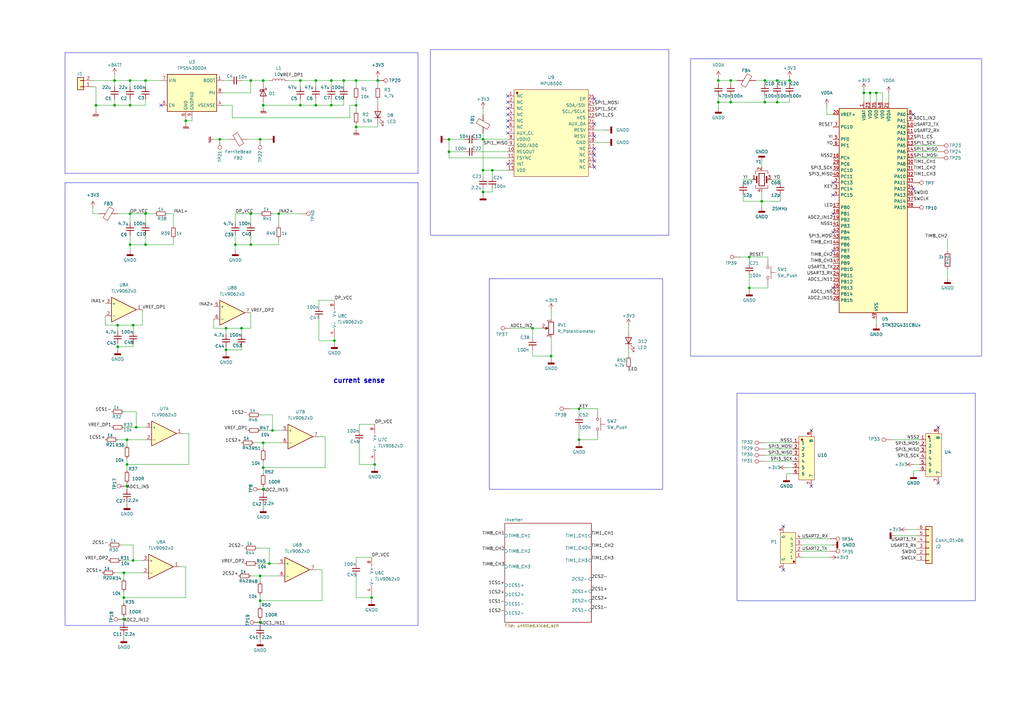
<source format=kicad_sch>
(kicad_sch (version 20231120) (generator "eeschema") (generator_version "8.0")
  (paper "A3")
  (title_block (title "bldc_controller") (date "2023-12-04"))
  (junction (at 54.61 133.35))
  (junction (at 92.71 143.51))
  (junction (at 198.12 57.15))
  (junction (at 102.87 87.63))
  (junction (at 106.68 236.22))
  (junction (at 123.19 43.18))
  (junction (at 152.4 245.11))
  (junction (at 154.94 33.02))
  (junction (at 92.71 134.62))
  (junction (at 53.34 43.18))
  (junction (at 359.41 38.1))
  (junction (at 135.89 43.18))
  (junction (at 50.8 234.95))
  (junction (at 146.05 33.02))
  (junction (at 99.06 134.62))
  (junction (at 59.69 33.02))
  (junction (at 198.12 78.74))
  (junction (at 110.49 231.14))
  (junction (at 48.26 142.24))
  (junction (at 111.76 176.53))
  (junction (at 135.89 33.02))
  (junction (at 53.34 87.63))
  (junction (at 76.2 49.53))
  (junction (at 46.99 43.18))
  (junction (at 184.15 57.15))
  (junction (at 96.52 100.33))
  (junction (at 50.8 254))
  (junction (at 226.06 146.05))
  (junction (at 318.77 33.02))
  (junction (at 55.88 175.26))
  (junction (at 52.07 190.5))
  (junction (at 201.93 69.85))
  (junction (at 323.85 33.02))
  (junction (at 114.3 87.63))
  (junction (at 294.64 41.91))
  (junction (at 146.05 52.07))
  (junction (at 107.95 33.02))
  (junction (at 318.77 41.91))
  (junction (at 102.87 100.33))
  (junction (at 106.68 246.38))
  (junction (at 53.34 100.33))
  (junction (at 356.87 38.1))
  (junction (at 137.16 139.7))
  (junction (at 312.42 82.55))
  (junction (at 39.37 43.18))
  (junction (at 129.54 43.18))
  (junction (at 106.68 255.27))
  (junction (at 107.95 191.77))
  (junction (at 46.99 33.02))
  (junction (at 59.69 100.33))
  (junction (at 123.19 33.02))
  (junction (at 59.69 87.63))
  (junction (at 299.72 33.02))
  (junction (at 313.69 41.91))
  (junction (at 50.8 245.11))
  (junction (at 107.95 200.66))
  (junction (at 184.15 62.23))
  (junction (at 90.17 57.15))
  (junction (at 106.68 57.15))
  (junction (at 354.33 38.1))
  (junction (at 198.12 69.85))
  (junction (at 52.07 180.34))
  (junction (at 299.72 41.91))
  (junction (at 218.44 134.62))
  (junction (at 307.34 105.41))
  (junction (at 146.05 43.18))
  (junction (at 54.61 229.87))
  (junction (at 129.54 33.02))
  (junction (at 53.34 33.02))
  (junction (at 153.67 190.5))
  (junction (at 52.07 199.39))
  (junction (at 313.69 33.02))
  (junction (at 107.95 181.61))
  (junction (at 237.49 180.34))
  (junction (at 107.95 43.18))
  (junction (at 102.87 33.02))
  (junction (at 307.34 118.11))
  (junction (at 48.26 133.35))
  (junction (at 140.97 33.02))
  (junction (at 294.64 33.02))
  (junction (at 237.49 167.64))
  (no_connect (at 374.65 46.99))
  (no_connect (at 332.74 176.53))
  (no_connect (at 208.28 39.37))
  (no_connect (at 208.28 67.31))
  (no_connect (at 208.28 46.99))
  (no_connect (at 208.28 54.61))
  (no_connect (at 341.63 95.25))
  (no_connect (at 243.84 55.88))
  (no_connect (at 243.84 63.5))
  (no_connect (at 332.74 199.39))
  (no_connect (at 341.63 87.63))
  (no_connect (at 341.63 74.93))
  (no_connect (at 374.65 77.47))
  (no_connect (at 341.63 118.11))
  (no_connect (at 341.63 80.01))
  (no_connect (at 384.81 175.26))
  (no_connect (at 321.31 233.68))
  (no_connect (at 384.81 198.12))
  (no_connect (at 243.84 40.64))
  (no_connect (at 66.04 43.18))
  (no_connect (at 208.28 52.07))
  (no_connect (at 208.28 44.45))
  (no_connect (at 243.84 60.96))
  (no_connect (at 208.28 49.53))
  (no_connect (at 243.84 68.58))
  (no_connect (at 243.84 66.04))
  (no_connect (at 321.31 215.9))
  (no_connect (at 208.28 41.91))
  (no_connect (at 341.63 102.87))
  (no_connect (at 243.84 50.8))
  (wire (pts (xy 59.69 96.52) (xy 59.69 100.33)))
  (wire (pts (xy 314.96 106.68) (xy 314.96 105.41)))
  (wire (pts (xy 198.12 69.85) (xy 198.12 72.39)))
  (wire (pts (xy 59.69 100.33) (xy 53.34 100.33)))
  (wire (pts (xy 87.63 134.62) (xy 87.63 130.81)))
  (wire (pts (xy 53.34 100.33) (xy 53.34 102.87)))
  (wire (pts (xy 312.42 82.55) (xy 312.42 78.74)))
  (wire (pts (xy 294.64 33.02) (xy 299.72 33.02)))
  (wire (pts (xy 77.47 177.8) (xy 74.93 177.8)))
  (wire (pts (xy 299.72 33.02) (xy 302.26 33.02)))
  (wire (pts (xy 245.11 167.64) (xy 237.49 167.64)))
  (wire (pts (xy 59.69 87.63) (xy 63.5 87.63)))
  (wire (pts (xy 68.58 87.63) (xy 71.12 87.63)))
  (wire (pts (xy 365.76 180.34) (xy 377.19 180.34)))
  (wire (pts (xy 152.4 228.6) (xy 146.05 228.6)))
  (wire (pts (xy 198.12 54.61) (xy 198.12 57.15)))
  (wire (pts (xy 243.84 53.34) (xy 248.92 53.34)))
  (wire (pts (xy 237.49 180.34) (xy 245.11 180.34)))
  (wire (pts (xy 313.69 186.69) (xy 325.12 186.69)))
  (wire (pts (xy 105.41 231.14) (xy 110.49 231.14)))
  (wire (pts (xy 198.12 80.01) (xy 198.12 78.74)))
  (wire (pts (xy 114.3 87.63) (xy 123.19 87.63)))
  (wire (pts (xy 53.34 96.52) (xy 53.34 100.33)))
  (wire (pts (xy 105.41 224.79) (xy 110.49 224.79)))
  (wire (pts (xy 356.87 38.1) (xy 356.87 41.91)))
  (wire (pts (xy 123.19 40.64) (xy 123.19 43.18)))
  (wire (pts (xy 237.49 175.26) (xy 237.49 180.34)))
  (wire (pts (xy 106.68 57.15) (xy 110.49 57.15)))
  (wire (pts (xy 198.12 57.15) (xy 208.28 57.15)))
  (wire (pts (xy 374.65 193.04) (xy 374.65 194.31)))
  (wire (pts (xy 146.05 43.18) (xy 143.51 43.18)))
  (wire (pts (xy 299.72 41.91) (xy 313.69 41.91)))
  (wire (pts (xy 218.44 146.05) (xy 218.44 143.51)))
  (wire (pts (xy 318.77 33.02) (xy 323.85 33.02)))
  (wire (pts (xy 299.72 39.37) (xy 299.72 41.91)))
  (wire (pts (xy 107.95 191.77) (xy 107.95 194.31)))
  (wire (pts (xy 135.89 33.02) (xy 140.97 33.02)))
  (wire (pts (xy 152.4 245.11) (xy 152.4 246.38)))
  (wire (pts (xy 359.41 38.1) (xy 361.95 38.1)))
  (wire (pts (xy 107.95 191.77) (xy 133.35 191.77)))
  (wire (pts (xy 54.61 142.24) (xy 48.26 142.24)))
  (wire (pts (xy 52.07 190.5) (xy 77.47 190.5)))
  (wire (pts (xy 137.16 139.7) (xy 137.16 138.43)))
  (wire (pts (xy 102.87 38.1) (xy 102.87 33.02)))
  (wire (pts (xy 154.94 50.8) (xy 154.94 52.07)))
  (wire (pts (xy 257.81 133.35) (xy 257.81 135.89)))
  (wire (pts (xy 50.8 234.95) (xy 58.42 234.95)))
  (wire (pts (xy 78.74 48.26) (xy 78.74 49.53)))
  (wire (pts (xy 129.54 33.02) (xy 123.19 33.02)))
  (wire (pts (xy 307.34 118.11) (xy 314.96 118.11)))
  (wire (pts (xy 354.33 38.1) (xy 356.87 38.1)))
  (wire (pts (xy 299.72 34.29) (xy 299.72 33.02)))
  (wire (pts (xy 106.68 236.22) (xy 114.3 236.22)))
  (wire (pts (xy 53.34 40.64) (xy 53.34 43.18)))
  (wire (pts (xy 102.87 128.27) (xy 102.87 134.62)))
  (wire (pts (xy 323.85 33.02) (xy 323.85 34.29)))
  (wire (pts (xy 92.71 143.51) (xy 92.71 144.78)))
  (wire (pts (xy 374.65 64.77) (xy 384.81 64.77)))
  (wire (pts (xy 313.69 189.23) (xy 325.12 189.23)))
  (wire (pts (xy 132.08 246.38) (xy 132.08 233.68)))
  (wire (pts (xy 123.19 35.56) (xy 123.19 33.02)))
  (wire (pts (xy 59.69 33.02) (xy 66.04 33.02)))
  (wire (pts (xy 99.06 142.24) (xy 99.06 143.51)))
  (wire (pts (xy 309.88 33.02) (xy 313.69 33.02)))
  (wire (pts (xy 111.76 176.53) (xy 115.57 176.53)))
  (wire (pts (xy 201.93 78.74) (xy 198.12 78.74)))
  (wire (pts (xy 114.3 87.63) (xy 114.3 92.71)))
  (wire (pts (xy 50.8 245.11) (xy 50.8 247.65)))
  (wire (pts (xy 303.53 105.41) (xy 307.34 105.41)))
  (wire (pts (xy 46.99 234.95) (xy 50.8 234.95)))
  (wire (pts (xy 388.62 110.49) (xy 388.62 114.3)))
  (wire (pts (xy 388.62 97.79) (xy 388.62 102.87)))
  (wire (pts (xy 106.68 254) (xy 106.68 255.27)))
  (wire (pts (xy 243.84 58.42) (xy 248.92 58.42)))
  (wire (pts (xy 304.8 73.66) (xy 304.8 74.93)))
  (wire (pts (xy 129.54 40.64) (xy 129.54 43.18)))
  (wire (pts (xy 314.96 105.41) (xy 307.34 105.41)))
  (wire (pts (xy 38.1 87.63) (xy 40.64 87.63)))
  (wire (pts (xy 38.1 33.02) (xy 46.99 33.02)))
  (wire (pts (xy 39.37 43.18) (xy 39.37 35.56)))
  (wire (pts (xy 322.58 191.77) (xy 325.12 191.77)))
  (wire (pts (xy 320.04 80.01) (xy 320.04 82.55)))
  (wire (pts (xy 313.69 184.15) (xy 325.12 184.15)))
  (wire (pts (xy 102.87 87.63) (xy 106.68 87.63)))
  (wire (pts (xy 76.2 49.53) (xy 76.2 48.26)))
  (wire (pts (xy 55.88 168.91) (xy 55.88 175.26)))
  (wire (pts (xy 130.81 139.7) (xy 137.16 139.7)))
  (wire (pts (xy 257.81 151.13) (xy 257.81 152.4)))
  (wire (pts (xy 322.58 194.31) (xy 325.12 194.31)))
  (wire (pts (xy 43.18 133.35) (xy 43.18 129.54)))
  (wire (pts (xy 46.99 35.56) (xy 46.99 33.02)))
  (wire (pts (xy 102.87 33.02) (xy 107.95 33.02)))
  (wire (pts (xy 146.05 33.02) (xy 140.97 33.02)))
  (wire (pts (xy 354.33 38.1) (xy 354.33 41.91)))
  (wire (pts (xy 374.65 190.5) (xy 377.19 190.5)))
  (wire (pts (xy 106.68 243.84) (xy 106.68 246.38)))
  (wire (pts (xy 50.8 168.91) (xy 55.88 168.91)))
  (wire (pts (xy 135.89 40.64) (xy 135.89 43.18)))
  (wire (pts (xy 135.89 35.56) (xy 135.89 33.02)))
  (wire (pts (xy 99.06 143.51) (xy 92.71 143.51)))
  (wire (pts (xy 237.49 167.64) (xy 237.49 170.18)))
  (wire (pts (xy 59.69 87.63) (xy 59.69 91.44)))
  (wire (pts (xy 312.42 68.58) (xy 312.42 66.04)))
  (wire (pts (xy 201.93 69.85) (xy 208.28 69.85)))
  (wire (pts (xy 359.41 130.81) (xy 359.41 133.35)))
  (wire (pts (xy 137.16 123.19) (xy 130.81 123.19)))
  (wire (pts (xy 107.95 181.61) (xy 115.57 181.61)))
  (wire (pts (xy 53.34 33.02) (xy 59.69 33.02)))
  (wire (pts (xy 107.95 181.61) (xy 107.95 184.15)))
  (wire (pts (xy 96.52 87.63) (xy 96.52 91.44)))
  (wire (pts (xy 226.06 146.05) (xy 218.44 146.05)))
  (wire (pts (xy 135.89 43.18) (xy 129.54 43.18)))
  (wire (pts (xy 294.64 41.91) (xy 299.72 41.91)))
  (wire (pts (xy 95.25 48.26) (xy 95.25 43.18)))
  (wire (pts (xy 143.51 48.26) (xy 95.25 48.26)))
  (wire (pts (xy 316.23 73.66) (xy 320.04 73.66)))
  (wire (pts (xy 294.64 33.02) (xy 294.64 34.29)))
  (wire (pts (xy 106.68 255.27) (xy 106.68 256.54)))
  (wire (pts (xy 198.12 57.15) (xy 198.12 69.85)))
  (wire (pts (xy 107.95 189.23) (xy 107.95 191.77)))
  (wire (pts (xy 198.12 69.85) (xy 201.93 69.85)))
  (wire (pts (xy 154.94 40.64) (xy 154.94 43.18)))
  (wire (pts (xy 323.85 31.75) (xy 323.85 33.02)))
  (wire (pts (xy 132.08 233.68) (xy 129.54 233.68)))
  (wire (pts (xy 107.95 200.66) (xy 107.95 201.93)))
  (wire (pts (xy 313.69 39.37) (xy 313.69 41.91)))
  (wire (pts (xy 143.51 43.18) (xy 143.51 48.26)))
  (wire (pts (xy 59.69 40.64) (xy 59.69 43.18)))
  (wire (pts (xy 71.12 87.63) (xy 71.12 92.71)))
  (wire (pts (xy 294.64 41.91) (xy 294.64 44.45)))
  (wire (pts (xy 367.03 219.71) (xy 375.92 219.71)))
  (wire (pts (xy 133.35 179.07) (xy 130.81 179.07)))
  (wire (pts (xy 53.34 87.63) (xy 53.34 91.44)))
  (wire (pts (xy 137.16 139.7) (xy 137.16 140.97)))
  (wire (pts (xy 328.93 223.52) (xy 341.63 223.52)))
  (wire (pts (xy 304.8 80.01) (xy 304.8 82.55)))
  (wire (pts (xy 96.52 96.52) (xy 96.52 100.33)))
  (wire (pts (xy 110.49 231.14) (xy 114.3 231.14)))
  (wire (pts (xy 48.26 180.34) (xy 52.07 180.34)))
  (wire (pts (xy 147.32 190.5) (xy 153.67 190.5)))
  (wire (pts (xy 50.8 234.95) (xy 50.8 237.49)))
  (wire (pts (xy 201.93 77.47) (xy 201.93 78.74)))
  (wire (pts (xy 101.6 57.15) (xy 106.68 57.15)))
  (wire (pts (xy 114.3 97.79) (xy 114.3 100.33)))
  (wire (pts (xy 106.68 261.62) (xy 106.68 262.89)))
  (wire (pts (xy 106.68 246.38) (xy 106.68 248.92)))
  (wire (pts (xy 54.61 140.97) (xy 54.61 142.24)))
  (wire (pts (xy 92.71 134.62) (xy 87.63 134.62)))
  (wire (pts (xy 226.06 127) (xy 226.06 130.81)))
  (wire (pts (xy 322.58 194.31) (xy 322.58 195.58)))
  (wire (pts (xy 48.26 87.63) (xy 53.34 87.63)))
  (wire (pts (xy 99.06 134.62) (xy 99.06 137.16)))
  (wire (pts (xy 304.8 82.55) (xy 312.42 82.55)))
  (wire (pts (xy 54.61 133.35) (xy 48.26 133.35)))
  (wire (pts (xy 313.69 33.02) (xy 318.77 33.02)))
  (wire (pts (xy 154.94 52.07) (xy 146.05 52.07)))
  (wire (pts (xy 314.96 116.84) (xy 314.96 118.11)))
  (wire (pts (xy 318.77 33.02) (xy 318.77 34.29)))
  (wire (pts (xy 76.2 232.41) (xy 73.66 232.41)))
  (wire (pts (xy 52.07 205.74) (xy 52.07 207.01)))
  (wire (pts (xy 153.67 190.5) (xy 153.67 189.23)))
  (wire (pts (xy 146.05 52.07) (xy 146.05 50.8)))
  (wire (pts (xy 153.67 190.5) (xy 153.67 191.77)))
  (wire (pts (xy 55.88 175.26) (xy 59.69 175.26)))
  (wire (pts (xy 110.49 224.79) (xy 110.49 231.14)))
  (wire (pts (xy 50.8 254) (xy 50.8 255.27)))
  (wire (pts (xy 102.87 96.52) (xy 102.87 100.33)))
  (wire (pts (xy 245.11 168.91) (xy 245.11 167.64)))
  (wire (pts (xy 76.2 245.11) (xy 76.2 232.41)))
  (wire (pts (xy 226.06 138.43) (xy 226.06 146.05)))
  (wire (pts (xy 222.25 134.62) (xy 218.44 134.62)))
  (wire (pts (xy 102.87 134.62) (xy 99.06 134.62)))
  (wire (pts (xy 102.87 87.63) (xy 96.52 87.63)))
  (wire (pts (xy 59.69 35.56) (xy 59.69 33.02)))
  (wire (pts (xy 133.35 191.77) (xy 133.35 179.07)))
  (wire (pts (xy 146.05 228.6) (xy 146.05 231.14)))
  (wire (pts (xy 129.54 35.56) (xy 129.54 33.02)))
  (wire (pts (xy 146.05 53.34) (xy 146.05 52.07)))
  (wire (pts (xy 129.54 43.18) (xy 123.19 43.18)))
  (wire (pts (xy 99.06 33.02) (xy 102.87 33.02)))
  (wire (pts (xy 182.88 57.15) (xy 184.15 57.15)))
  (wire (pts (xy 237.49 180.34) (xy 237.49 181.61)))
  (wire (pts (xy 77.47 190.5) (xy 77.47 177.8)))
  (wire (pts (xy 307.34 105.41) (xy 307.34 107.95)))
  (wire (pts (xy 91.44 38.1) (xy 102.87 38.1)))
  (wire (pts (xy 130.81 130.81) (xy 130.81 139.7)))
  (wire (pts (xy 39.37 35.56) (xy 38.1 35.56)))
  (wire (pts (xy 340.36 228.6) (xy 328.93 228.6)))
  (wire (pts (xy 195.58 62.23) (xy 208.28 62.23)))
  (wire (pts (xy 208.28 64.77) (xy 184.15 64.77)))
  (wire (pts (xy 257.81 143.51) (xy 257.81 146.05)))
  (wire (pts (xy 361.95 38.1) (xy 361.95 41.91)))
  (wire (pts (xy 340.36 226.06) (xy 328.93 226.06)))
  (wire (pts (xy 359.41 38.1) (xy 359.41 41.91)))
  (wire (pts (xy 374.65 62.23) (xy 384.81 62.23)))
  (wire (pts (xy 46.99 43.18) (xy 53.34 43.18)))
  (wire (pts (xy 307.34 113.03) (xy 307.34 118.11)))
  (wire (pts (xy 190.5 62.23) (xy 184.15 62.23)))
  (wire (pts (xy 48.26 140.97) (xy 48.26 142.24)))
  (wire (pts (xy 198.12 77.47) (xy 198.12 78.74)))
  (wire (pts (xy 76.2 49.53) (xy 78.74 49.53)))
  (wire (pts (xy 318.77 39.37) (xy 318.77 41.91)))
  (wire (pts (xy 184.15 64.77) (xy 184.15 62.23)))
  (wire (pts (xy 90.17 57.15) (xy 93.98 57.15)))
  (wire (pts (xy 48.26 142.24) (xy 48.26 143.51)))
  (wire (pts (xy 58.42 127) (xy 58.42 133.35)))
  (wire (pts (xy 129.54 33.02) (xy 135.89 33.02)))
  (wire (pts (xy 48.26 133.35) (xy 48.26 135.89)))
  (wire (pts (xy 320.04 73.66) (xy 320.04 74.93)))
  (wire (pts (xy 209.55 134.62) (xy 218.44 134.62)))
  (wire (pts (xy 106.68 246.38) (xy 132.08 246.38)))
  (wire (pts (xy 233.68 167.64) (xy 237.49 167.64)))
  (wire (pts (xy 107.95 199.39) (xy 107.95 200.66)))
  (wire (pts (xy 107.95 33.02) (xy 110.49 33.02)))
  (wire (pts (xy 107.95 207.01) (xy 107.95 208.28)))
  (wire (pts (xy 154.94 35.56) (xy 154.94 33.02)))
  (wire (pts (xy 50.8 242.57) (xy 50.8 245.11)))
  (wire (pts (xy 147.32 181.61) (xy 147.32 190.5)))
  (wire (pts (xy 318.77 41.91) (xy 323.85 41.91)))
  (wire (pts (xy 53.34 43.18) (xy 59.69 43.18)))
  (wire (pts (xy 52.07 190.5) (xy 52.07 193.04)))
  (wire (pts (xy 130.81 123.19) (xy 130.81 125.73)))
  (wire (pts (xy 102.87 100.33) (xy 96.52 100.33)))
  (wire (pts (xy 354.33 36.83) (xy 354.33 38.1)))
  (wire (pts (xy 46.99 30.48) (xy 46.99 33.02)))
  (wire (pts (xy 54.61 133.35) (xy 54.61 135.89)))
  (wire (pts (xy 99.06 134.62) (xy 92.71 134.62)))
  (wire (pts (xy 50.8 175.26) (xy 55.88 175.26)))
  (wire (pts (xy 323.85 39.37) (xy 323.85 41.91)))
  (wire (pts (xy 52.07 180.34) (xy 52.07 182.88)))
  (wire (pts (xy 184.15 62.23) (xy 184.15 57.15)))
  (wire (pts (xy 39.37 45.72) (xy 39.37 43.18)))
  (wire (pts (xy 339.09 43.18) (xy 339.09 46.99)))
  (wire (pts (xy 106.68 170.18) (xy 111.76 170.18)))
  (wire (pts (xy 49.53 229.87) (xy 54.61 229.87)))
  (wire (pts (xy 294.64 39.37) (xy 294.64 41.91)))
  (wire (pts (xy 153.67 173.99) (xy 147.32 173.99)))
  (wire (pts (xy 123.19 33.02) (xy 118.11 33.02)))
  (wire (pts (xy 50.8 260.35) (xy 50.8 261.62)))
  (wire (pts (xy 52.07 199.39) (xy 52.07 200.66)))
  (wire (pts (xy 226.06 146.05) (xy 226.06 147.32)))
  (wire (pts (xy 339.09 46.99) (xy 341.63 46.99)))
  (wire (pts (xy 146.05 33.02) (xy 154.94 33.02)))
  (wire (pts (xy 198.12 44.45) (xy 198.12 46.99)))
  (wire (pts (xy 294.64 31.75) (xy 294.64 33.02)))
  (wire (pts (xy 53.34 35.56) (xy 53.34 33.02)))
  (wire (pts (xy 49.53 223.52) (xy 54.61 223.52)))
  (wire (pts (xy 92.71 142.24) (xy 92.71 143.51)))
  (wire (pts (xy 95.25 43.18) (xy 91.44 43.18)))
  (wire (pts (xy 92.71 134.62) (xy 92.71 137.16)))
  (wire (pts (xy 114.3 100.33) (xy 102.87 100.33)))
  (wire (pts (xy 107.95 33.02) (xy 107.95 34.29)))
  (wire (pts (xy 146.05 236.22) (xy 146.05 245.11)))
  (wire (pts (xy 71.12 100.33) (xy 59.69 100.33)))
  (wire (pts (xy 71.12 97.79) (xy 71.12 100.33)))
  (wire (pts (xy 374.65 59.69) (xy 384.81 59.69)))
  (wire (pts (xy 154.94 31.75) (xy 154.94 33.02)))
  (wire (pts (xy 313.69 33.02) (xy 313.69 34.29)))
  (wire (pts (xy 50.8 252.73) (xy 50.8 254)))
  (wire (pts (xy 46.99 40.64) (xy 46.99 43.18)))
  (wire (pts (xy 195.58 57.15) (xy 198.12 57.15)))
  (wire (pts (xy 39.37 43.18) (xy 46.99 43.18)))
  (wire (pts (xy 102.87 236.22) (xy 106.68 236.22)))
  (wire (pts (xy 201.93 69.85) (xy 201.93 72.39)))
  (wire (pts (xy 147.32 173.99) (xy 147.32 176.53)))
  (wire (pts (xy 46.99 33.02) (xy 53.34 33.02)))
  (wire (pts (xy 184.15 57.15) (xy 190.5 57.15)))
  (wire (pts (xy 107.95 41.91) (xy 107.95 43.18)))
  (wire (pts (xy 52.07 198.12) (xy 52.07 199.39)))
  (wire (pts (xy 111.76 170.18) (xy 111.76 176.53)))
  (wire (pts (xy 372.11 217.17) (xy 375.92 217.17)))
  (wire (pts (xy 312.42 82.55) (xy 320.04 82.55)))
  (wire (pts (xy 146.05 245.11) (xy 152.4 245.11)))
  (wire (pts (xy 218.44 134.62) (xy 218.44 138.43)))
  (wire (pts (xy 364.49 38.1) (xy 364.49 41.91)))
  (wire (pts (xy 91.44 33.02) (xy 93.98 33.02)))
  (wire (pts (xy 307.34 118.11) (xy 307.34 119.38)))
  (wire (pts (xy 106.68 176.53) (xy 111.76 176.53)))
  (wire (pts (xy 245.11 179.07) (xy 245.11 180.34)))
  (wire (pts (xy 146.05 35.56) (xy 146.05 33.02)))
  (wire (pts (xy 152.4 245.11) (xy 152.4 243.84)))
  (wire (pts (xy 140.97 40.64) (xy 140.97 43.18)))
  (wire (pts (xy 308.61 73.66) (xy 304.8 73.66)))
  (wire (pts (xy 38.1 85.09) (xy 38.1 87.63)))
  (wire (pts (xy 313.69 181.61) (xy 325.12 181.61)))
  (wire (pts (xy 107.95 43.18) (xy 107.95 44.45)))
  (wire (pts (xy 50.8 245.11) (xy 76.2 245.11)))
  (wire (pts (xy 102.87 87.63) (xy 102.87 91.44)))
  (wire (pts (xy 312.42 82.55) (xy 312.42 85.09)))
  (wire (pts (xy 87.63 57.15) (xy 90.17 57.15)))
  (wire (pts (xy 140.97 43.18) (xy 135.89 43.18)))
  (wire (pts (xy 146.05 40.64) (xy 146.05 43.18)))
  (wire (pts (xy 140.97 35.56) (xy 140.97 33.02)))
  (wire (pts (xy 48.26 133.35) (xy 43.18 133.35)))
  (wire (pts (xy 52.07 180.34) (xy 59.69 180.34)))
  (wire (pts (xy 146.05 43.18) (xy 146.05 45.72)))
  (wire (pts (xy 106.68 236.22) (xy 106.68 238.76)))
  (wire (pts (xy 54.61 229.87) (xy 58.42 229.87)))
  (wire (pts (xy 313.69 41.91) (xy 318.77 41.91)))
  (wire (pts (xy 54.61 223.52) (xy 54.61 229.87)))
  (wire (pts (xy 96.52 100.33) (xy 96.52 102.87)))
  (wire (pts (xy 111.76 87.63) (xy 114.3 87.63)))
  (wire (pts (xy 374.65 193.04) (xy 377.19 193.04)))
  (wire (pts (xy 52.07 187.96) (xy 52.07 190.5)))
  (wire (pts (xy 59.69 87.63) (xy 53.34 87.63)))
  (wire (pts (xy 58.42 133.35) (xy 54.61 133.35)))
  (wire (pts (xy 340.36 220.98) (xy 328.93 220.98)))
  (wire (pts (xy 356.87 38.1) (xy 359.41 38.1)))
  (wire (pts (xy 104.14 181.61) (xy 107.95 181.61)))
  (wire (pts (xy 76.2 50.8) (xy 76.2 49.53)))
  (wire (pts (xy 123.19 43.18) (xy 107.95 43.18)))
  (rectangle (start 302.26 161.29) (end 400.05 246.38))
  (rectangle (start 26.67 74.93) (end 171.45 256.54))
  (rectangle (start 283.21 24.13) (end 402.59 146.05))
  (rectangle (start 200.66 114.3) (end 271.78 200.66))
  (rectangle (start 26.67 21.59) (end 171.45 71.12))
  (rectangle (start 176.53 20.32) (end 274.32 96.52))
  (text "current sense" (at 147.32 156.21 0) (effects (font (size 2.032 2.032) (thickness 0.4064) (bold yes))))
  (label "2CS2-" (at 100.33 224.79 180))
  (label "TIM8_CH2" (at 341.63 105.41 180))
  (label "INA1+" (at 71.12 87.63 0))
  (label "1CS2-" (at 101.6 170.18 180))
  (label "2CS1-" (at 44.45 223.52 180))
  (label "NSS2" (at 341.63 64.77 180))
  (label "ADC1_IN11" (at 106.68 256.54 0))
  (label "SPI1_MISO" (at 208.28 59.69 180))
  (label "ADC1_IN2" (at 218.44 134.62 180))
  (label "SPI1_SCK" (at 243.84 45.72 0))
  (label "1CS1-" (at 45.72 168.91 180))
  (label "SPI3_SCK" (at 341.63 69.85 180))
  (label "1CS2-" (at 207.01 251.46 180))
  (label "ADC1_IN5" (at 341.63 120.65 180))
  (label "KEY" (at 237.49 167.64 0))
  (label "VREF_OP1" (at 101.6 176.53 180))
  (label "1CS2+" (at 207.01 243.84 180))
  (label "ADC2_IN15" (at 341.63 123.19 180))
  (label "USART3_TX" (at 341.63 110.49 180))
  (label "YI" (at 341.63 57.15 180))
  (label "VREF_OP1" (at 58.42 127 0))
  (label "NSS2" (at 377.19 180.34 180))
  (label "USART2_RX" (at 328.93 220.98 0))
  (label "ADC2_IN12" (at 50.8 255.27 0))
  (label "1CS1-" (at 207.01 247.65 180))
  (label "SPI3_MISO" (at 341.63 72.39 180))
  (label "VREF_OP2" (at 102.87 128.27 0))
  (label "SPI1_CS" (at 374.65 57.15 0))
  (label "TIM8_CH2" (at 207.01 226.06 180))
  (label "2CS2+" (at 242.57 246.38 0))
  (label "NSS1" (at 341.63 92.71 180))
  (label "VREF_OP1" (at 45.72 175.26 180))
  (label "1CS1+" (at 207.01 240.03 180))
  (label "OP_VCC" (at 53.34 87.63 0))
  (label "ADC2_IN12" (at 341.63 90.17 180))
  (label "TIM1_CH1" (at 374.65 67.31 0))
  (label "2CS1+" (at 242.57 242.57 0))
  (label "OP_VCC" (at 153.67 173.99 0))
  (label "SWDIO" (at 374.65 80.01 0))
  (label "SPI1_SCK" (at 374.65 59.69 0))
  (label "ADC2_IN15" (at 107.95 201.93 0))
  (label "SPI3_MOSI" (at 325.12 184.15 180))
  (label "INA2+" (at 114.3 87.63 0))
  (label "NSS1" (at 325.12 181.61 180))
  (label "SWCLK" (at 374.65 82.55 0))
  (label "RESET" (at 307.34 105.41 0))
  (label "TIM1_CH1" (at 242.57 219.71 0))
  (label "SPI1_CS" (at 243.84 48.26 0))
  (label "2CS2+" (at 97.79 236.22 180))
  (label "TIM1_CH3" (at 374.65 72.39 0))
  (label "OP_VCC" (at 137.16 123.19 0))
  (label "TIM1_CH2" (at 242.57 224.79 0))
  (label "SPI3_MOSI" (at 377.19 182.88 180))
  (label "ADC1_IN2" (at 374.65 49.53 0))
  (label "TIM1_CH2" (at 374.65 69.85 0))
  (label "USART3_RX" (at 341.63 113.03 180))
  (label "VREF_OP2" (at 44.45 229.87 180))
  (label "TIM8_CH3" (at 207.01 232.41 180))
  (label "SPI3_MISO" (at 325.12 186.69 180))
  (label "2CS1-" (at 242.57 250.19 0))
  (label "OP_VCC" (at 152.4 228.6 0))
  (label "YO" (at 320.04 73.66 180))
  (label "INA2+" (at 87.63 125.73 180))
  (label "TIM8_CH2" (at 388.62 97.79 180))
  (label "LED" (at 341.63 85.09 180))
  (label "SWCLK" (at 375.92 229.87 180))
  (label "YI" (at 304.8 73.66 0))
  (label "USART2_TX" (at 328.93 226.06 0))
  (label "LED" (at 257.81 152.4 0))
  (label "RESET" (at 341.63 52.07 180))
  (label "SPI1_MOSI" (at 243.84 43.18 0))
  (label "ADC1_IN5" (at 52.07 200.66 0))
  (label "SPI1_MOSI" (at 374.65 64.77 0))
  (label "YO" (at 341.63 59.69 180))
  (label "SPI3_MOSI" (at 341.63 97.79 180))
  (label "USART2_TX" (at 374.65 52.07 0))
  (label "TIM8_CH3" (at 341.63 107.95 180))
  (label "TIM8_CH1" (at 341.63 100.33 180))
  (label "KEY" (at 341.63 77.47 180))
  (label "VREF_OP2" (at 100.33 231.14 180))
  (label "ADC1_IN11" (at 341.63 115.57 180))
  (label "SPI3_SCK" (at 325.12 189.23 180))
  (label "TIM8_CH1" (at 207.01 219.71 180))
  (label "VREF_OP1" (at 124.46 31.75 180))
  (label "2CS2-" (at 242.57 237.49 0))
  (label "2CS1+" (at 41.91 234.95 180))
  (label "SPI3_MISO" (at 377.19 185.42 180))
  (label "OP_VCC" (at 96.52 87.63 0))
  (label "USART3_RX" (at 375.92 224.79 180))
  (label "TIM1_CH3" (at 242.57 229.87 0))
  (label "SPI1_MISO" (at 374.65 62.23 0))
  (label "SWDIO" (at 375.92 227.33 180))
  (label "SPI3_SCK" (at 377.19 187.96 180))
  (label "USART3_TX" (at 375.92 222.25 180))
  (label "INA1+" (at 43.18 124.46 180))
  (label "1CS2+" (at 99.06 181.61 180))
  (label "1CS1+" (at 43.18 180.34 180))
  (label "USART2_RX" (at 374.65 54.61 0))
  (symbol (lib_id "power:GNDD") (at 48.26 143.51 0) (unit 1)
    (property "Reference" "#PWR069" (effects (hide yes)))
    (property "Value" "GNDD" (at 48.26 147.32 0))
    (property "Description" "Power symbol creates a global label with name \"GNDD\" , digital ground" (effects (hide yes)))
  )
  (symbol (lib_id "power:GNDD") (at 92.71 144.78 0) (unit 1)
    (property "Reference" "#PWR071" (effects (hide yes)))
    (property "Value" "GNDD" (at 92.71 148.59 0))
    (property "Description" "Power symbol creates a global label with name \"GNDD\" , digital ground" (effects (hide yes)))
  )
  (symbol (lib_id "Device:C_Small") (at 237.49 172.72 0) (unit 1)
    (property "Reference" "C52" (at 237.49 170.18 0) (effects (justify left)))
    (property "Value" "100n" (at 237.49 175.26 0) (effects (justify left)))
    (property "Footprint" "Capacitor_SMD:C_0603_1608Metric_Pad1.08x0.95mm_HandSolder" (effects (hide yes)))
    (property "Description" "Unpolarized capacitor, small symbol" (effects (hide yes)))
  )
  (symbol (lib_id "Device:C_Small") (at 96.52 33.02 90) (unit 1)
    (property "Reference" "C4" (at 94.234 31.242 90))
    (property "Value" "10n" (at 99.568 31.496 90))
    (property "Footprint" "Capacitor_SMD:C_0603_1608Metric_Pad1.08x0.95mm_HandSolder" (effects (hide yes)))
    (property "Description" "Unpolarized capacitor, small symbol" (effects (hide yes)))
  )
  (symbol (lib_id "power:GNDD") (at 106.68 262.89 0) (unit 1)
    (property "Reference" "#PWR035" (effects (hide yes)))
    (property "Value" "GNDD" (at 106.68 266.7 0))
    (property "Description" "Power symbol creates a global label with name \"GNDD\" , digital ground" (effects (hide yes)))
  )
  (symbol (lib_id "Device:R_Small") (at 45.72 180.34 270) (unit 1)
    (property "Reference" "R21" (at 43.434 182.372 90) (effects (justify left)))
    (property "Value" "1k" (at 43.942 178.562 90) (effects (justify left)))
    (property "Footprint" "Resistor_SMD:R_0603_1608Metric_Pad0.98x0.95mm_HandSolder" (effects (hide yes)))
    (property "Description" "Resistor, small symbol" (effects (hide yes)))
  )
  (symbol (lib_id "power:GNDD") (at 322.58 195.58 0) (unit 1)
    (property "Reference" "#PWR018" (effects (hide yes)))
    (property "Value" "GNDD" (at 322.58 199.39 0))
    (property "Description" "Power symbol creates a global label with name \"GNDD\" , digital ground" (effects (hide yes)))
  )
  (symbol (lib_id "Device:R_Small") (at 257.81 148.59 180) (unit 1)
    (property "Reference" "R53" (at 256.794 147.828 0) (effects (justify left)))
    (property "Value" "4.7k" (at 256.286 149.86 0) (effects (justify left)))
    (property "Footprint" "Resistor_SMD:R_0603_1608Metric_Pad0.98x0.95mm_HandSolder" (effects (hide yes)))
    (property "Description" "Resistor, small symbol" (effects (hide yes)))
  )
  (symbol (lib_id "power:+3V3") (at 340.36 228.6 270) (mirror x) (unit 1)
    (property "Reference" "#PWR016" (effects (hide yes)))
    (property "Value" "+3V3" (at 345.44 228.6 90))
    (property "Description" "Power symbol creates a global label with name \"+3V3\"" (effects (hide yes)))
  )
  (symbol (lib_id "power:VDDA") (at 294.64 31.75 0) (unit 1)
    (property "Reference" "#PWR055" (effects (hide yes)))
    (property "Value" "VDDA" (at 294.64 26.67 0))
    (property "Description" "Power symbol creates a global label with name \"VDDA\"" (effects (hide yes)))
  )
  (symbol (lib_id "Amplifier_Operational:TLV9062xD") (at 95.25 128.27 0) (unit 2)
    (property "Reference" "U8" (at 95.25 118.11 0))
    (property "Value" "TLV9062xD" (at 95.25 120.65 0))
    (property "Footprint" "Package_SO:SOIC-8_3.9x4.9mm_P1.27mm" (effects (hide yes)))
    (property "Datasheet" "https://www.ti.com/lit/ds/symlink/tlv9062.pdf" (effects (hide yes)))
    (property "Description" "Dual operational amplifier, 300 uV Offset, SOIC-8" (effects (hide yes)))
  )
  (symbol (lib_id "Connector:TestPoint") (at 90.17 57.15 0) (mirror x) (unit 1)
    (property "Reference" "TP21" (at 90.17 61.722 90) (effects (justify left)))
    (property "Value" "TestPoint" (effects (hide yes)))
    (property "Footprint" "TestPoint:TestPoint_Pad_D1.0mm" (effects (hide yes)))
    (property "Description" "test point" (effects (hide yes)))
  )
  (symbol (lib_id "Amplifier_Operational:TLV9062xD") (at 50.8 127 0) (unit 1)
    (property "Reference" "U8" (at 50.8 116.84 0))
    (property "Value" "TLV9062xD" (at 50.8 119.38 0))
    (property "Footprint" "Package_SO:SOIC-8_3.9x4.9mm_P1.27mm" (effects (hide yes)))
    (property "Datasheet" "https://www.ti.com/lit/ds/symlink/tlv9062.pdf" (effects (hide yes)))
    (property "Description" "Dual operational amplifier, 300 uV Offset, SOIC-8" (effects (hide yes)))
  )
  (symbol (lib_id "Device:C_Small") (at 323.85 36.83 0) (unit 1)
    (property "Reference" "C20" (at 323.85 34.29 0) (effects (justify left)))
    (property "Value" "100n" (at 323.85 39.37 0) (effects (justify left)))
    (property "Footprint" "Capacitor_SMD:C_0603_1608Metric_Pad1.08x0.95mm_HandSolder" (effects (hide yes)))
    (property "Description" "Unpolarized capacitor, small symbol" (effects (hide yes)))
  )
  (symbol (lib_id "power:+BATT") (at 46.99 30.48 0) (unit 1)
    (property "Reference" "#PWR02" (effects (hide yes)))
    (property "Value" "+BATT" (at 46.99 26.67 0))
    (property "Description" "Power symbol creates a global label with name \"+BATT\"" (effects (hide yes)))
  )
  (symbol (lib_id "Device:C_Small") (at 294.64 36.83 0) (unit 1)
    (property "Reference" "C8" (effects (hide yes)))
    (property "Value" "470n" (at 294.64 39.37 0) (effects (justify left)))
    (property "Footprint" "Capacitor_SMD:C_0603_1608Metric_Pad1.08x0.95mm_HandSolder" (effects (hide yes)))
    (property "Description" "Unpolarized capacitor, small symbol" (effects (hide yes)))
  )
  (symbol (lib_id "Device:C_Small") (at 107.95 204.47 180) (unit 1)
    (property "Reference" "C42" (at 105.41 206.756 0))
    (property "Value" "2.2n" (at 110.236 206.502 0))
    (property "Footprint" "Capacitor_SMD:C_0603_1608Metric_Pad1.08x0.95mm_HandSolder" (effects (hide yes)))
    (property "Description" "Unpolarized capacitor, small symbol" (effects (hide yes)))
  )
  (symbol (lib_id "power:+3V3") (at 226.06 127 0) (unit 1)
    (property "Reference" "#PWR036" (effects (hide yes)))
    (property "Value" "+3V3" (at 226.06 123.19 0))
    (property "Description" "Power symbol creates a global label with name \"+3V3\"" (effects (hide yes)))
  )
  (symbol (lib_id "Device:C_Small") (at 198.12 74.93 0) (unit 1)
    (property "Reference" "C23" (at 195.58 72.39 0))
    (property "Value" "2.2u" (at 195.326 76.962 0))
    (property "Footprint" "Capacitor_SMD:C_0603_1608Metric_Pad1.08x0.95mm_HandSolder" (effects (hide yes)))
    (property "Description" "Unpolarized capacitor, small symbol" (effects (hide yes)))
  )
  (symbol (lib_id "power:GNDD") (at 52.07 207.01 0) (unit 1)
    (property "Reference" "#PWR026" (effects (hide yes)))
    (property "Value" "GNDD" (at 52.07 210.82 0))
    (property "Description" "Power symbol creates a global label with name \"GNDD\" , digital ground" (effects (hide yes)))
  )
  (symbol (lib_id "Device:C_Small") (at 52.07 203.2 180) (unit 1)
    (property "Reference" "C27" (at 49.53 205.486 0))
    (property "Value" "2.2n" (at 54.61 205.232 0))
    (property "Footprint" "Capacitor_SMD:C_0603_1608Metric_Pad1.08x0.95mm_HandSolder" (effects (hide yes)))
    (property "Description" "Unpolarized capacitor, small symbol" (effects (hide yes)))
  )
  (symbol (lib_id "Connector:TestPoint") (at 340.36 220.98 270) (unit 1)
    (property "Reference" "TP34" (at 345.186 221.234 90) (effects (justify left)))
    (property "Value" "TestPoint" (effects (hide yes)))
    (property "Footprint" "TestPoint:TestPoint_Pad_D1.0mm" (effects (hide yes)))
    (property "Description" "test point" (effects (hide yes)))
  )
  (symbol (lib_id "Device:C_Small") (at 313.69 36.83 0) (unit 1)
    (property "Reference" "C18" (at 313.69 34.29 0) (effects (justify left)))
    (property "Value" "100n" (at 313.69 39.37 0) (effects (justify left)))
    (property "Footprint" "Capacitor_SMD:C_0603_1608Metric_Pad1.08x0.95mm_HandSolder" (effects (hide yes)))
    (property "Description" "Unpolarized capacitor, small symbol" (effects (hide yes)))
  )
  (symbol (lib_id "Device:R_Small") (at 102.87 224.79 270) (unit 1)
    (property "Reference" "R44" (at 100.584 226.822 90) (effects (justify left)))
    (property "Value" "1k" (at 101.092 223.012 90) (effects (justify left)))
    (property "Footprint" "Resistor_SMD:R_0603_1608Metric_Pad0.98x0.95mm_HandSolder" (effects (hide yes)))
    (property "Description" "Resistor, small symbol" (effects (hide yes)))
  )
  (symbol (lib_id "Device:C_Small") (at 53.34 38.1 180) (unit 1)
    (property "Reference" "C2" (at 50.8 40.386 0))
    (property "Value" "22u" (at 50.546 35.814 0))
    (property "Footprint" "Capacitor_SMD:C_0805_2012Metric_Pad1.18x1.45mm_HandSolder" (effects (hide yes)))
    (property "Description" "Unpolarized capacitor, small symbol" (effects (hide yes)))
  )
  (symbol (lib_id "power:GNDD") (at 248.92 58.42 90) (unit 1)
    (property "Reference" "#PWR09" (effects (hide yes)))
    (property "Value" "GNDD" (at 252.73 58.4199 90) (effects (justify right)))
    (property "Description" "Power symbol creates a global label with name \"GNDD\" , digital ground" (effects (hide yes)))
  )
  (symbol (lib_id "Device:C_Small") (at 53.34 93.98 180) (unit 1)
    (property "Reference" "C9" (at 50.8 96.266 0))
    (property "Value" "4.7u" (at 50.546 91.694 0))
    (property "Footprint" "Capacitor_SMD:C_0603_1608Metric_Pad1.08x0.95mm_HandSolder" (effects (hide yes)))
    (property "Description" "Unpolarized capacitor, small symbol" (effects (hide yes)))
  )
  (symbol (lib_id "Connector:TestPoint") (at 154.94 33.02 270) (unit 1)
    (property "Reference" "TP20" (at 159.512 33.02 90) (effects (justify left)))
    (property "Value" "TestPoint" (effects (hide yes)))
    (property "Footprint" "TestPoint:TestPoint_Pad_D1.0mm" (effects (hide yes)))
    (property "Description" "test point" (effects (hide yes)))
  )
  (symbol (lib_id "power:GNDD") (at 237.49 181.61 0) (unit 1)
    (property "Reference" "#PWR065" (effects (hide yes)))
    (property "Value" "GNDD" (at 237.49 185.42 0))
    (property "Description" "Power symbol creates a global label with name \"GNDD\" , digital ground" (effects (hide yes)))
  )
  (symbol (lib_id "Device:C_Small") (at 46.99 38.1 180) (unit 1)
    (property "Reference" "C1" (at 44.45 40.386 0))
    (property "Value" "22u" (at 43.688 35.814 0))
    (property "Footprint" "Capacitor_SMD:C_0805_2012Metric_Pad1.18x1.45mm_HandSolder" (effects (hide yes)))
    (property "Description" "Unpolarized capacitor, small symbol" (effects (hide yes)))
  )
  (symbol (lib_id "power:GNDD") (at 182.88 57.15 270) (unit 1)
    (property "Reference" "#PWR011" (effects (hide yes)))
    (property "Value" "GNDD" (effects (hide yes)))
    (property "Description" "Power symbol creates a global label with name \"GNDD\" , digital ground" (effects (hide yes)))
  )
  (symbol (lib_id "Connector:TestPoint") (at 233.68 167.64 90) (unit 1)
    (property "Reference" "TP38" (at 232.41 170.18 90) (effects (justify left)))
    (property "Value" "TestPoint" (effects (hide yes)))
    (property "Footprint" "TestPoint:TestPoint_Pad_D1.0mm" (effects (hide yes)))
    (property "Description" "test point" (effects (hide yes)))
  )
  (symbol (lib_id "Device:R") (at 388.62 106.68 0) (unit 1)
    (property "Reference" "R40" (at 388.62 106.68 90))
    (property "Value" "3k" (at 386.08 105.41 0))
    (property "Footprint" "Resistor_SMD:R_0603_1608Metric_Pad0.98x0.95mm_HandSolder" (effects (hide yes)))
  )
  (symbol (lib_id "Amplifier_Operational:TLV9062xD") (at 123.19 179.07 0) (unit 2)
    (property "Reference" "U7" (at 123.19 168.91 0))
    (property "Value" "TLV9062xD" (at 123.19 171.45 0))
    (property "Footprint" "Package_SO:SOIC-8_3.9x4.9mm_P1.27mm" (effects (hide yes)))
    (property "Datasheet" "https://www.ti.com/lit/ds/symlink/tlv9062.pdf" (effects (hide yes)))
    (property "Description" "Dual operational amplifier, 300 uV Offset, SOIC-8" (effects (hide yes)))
  )
  (symbol (lib_id "power:GNDD") (at 367.03 219.71 270) (unit 1)
    (property "Reference" "#PWR012" (effects (hide yes)))
    (property "Value" "GNDD" (effects (hide yes)))
    (property "Description" "Power symbol creates a global label with name \"GNDD\" , digital ground" (effects (hide yes)))
  )
  (symbol (lib_id "Device:R_Small") (at 50.8 250.19 0) (unit 1)
    (property "Reference" "R35" (at 51.308 246.888 0) (effects (justify left)))
    (property "Value" "100R" (at 52.832 250.952 0) (effects (justify left)))
    (property "Footprint" "Resistor_SMD:R_0603_1608Metric_Pad0.98x0.95mm_HandSolder" (effects (hide yes)))
    (property "Description" "Resistor, small symbol" (effects (hide yes)))
  )
  (symbol (lib_id "Connector:TestPoint") (at 313.69 184.15 90) (unit 1)
    (property "Reference" "TP29" (at 308.864 183.896 90) (effects (justify left)))
    (property "Value" "TestPoint" (effects (hide yes)))
    (property "Footprint" "TestPoint:TestPoint_Pad_D1.0mm" (effects (hide yes)))
    (property "Description" "test point" (effects (hide yes)))
  )
  (symbol (lib_id "Device:R_Small") (at 48.26 175.26 270) (unit 1)
    (property "Reference" "R33" (at 50.546 174.244 90) (effects (justify left)))
    (property "Value" "10k" (at 50.546 176.276 90) (effects (justify left)))
    (property "Footprint" "Resistor_SMD:R_0603_1608Metric_Pad0.98x0.95mm_HandSolder" (effects (hide yes)))
    (property "Description" "Resistor, small symbol" (effects (hide yes)))
  )
  (symbol (lib_id "power:GNDD") (at 388.62 114.3 0) (unit 1)
    (property "Reference" "#PWR039" (effects (hide yes)))
    (property "Value" "GNDD" (at 388.62 118.11 0))
    (property "Description" "Power symbol creates a global label with name \"GNDD\" , digital ground" (effects (hide yes)))
  )
  (symbol (lib_id "Device:C_Small") (at 130.81 128.27 180) (unit 1)
    (property "Reference" "C47" (at 129.032 130.302 0))
    (property "Value" "100n" (at 128.27 125.984 0))
    (property "Footprint" "Capacitor_SMD:C_0603_1608Metric_Pad1.08x0.95mm_HandSolder" (effects (hide yes)))
    (property "Description" "Unpolarized capacitor, small symbol" (effects (hide yes)))
  )
  (symbol (lib_id "Device:C_Small") (at 146.05 233.68 180) (unit 1)
    (property "Reference" "C45" (at 144.272 235.712 0))
    (property "Value" "100n" (at 143.51 231.394 0))
    (property "Footprint" "Capacitor_SMD:C_0603_1608Metric_Pad1.08x0.95mm_HandSolder" (effects (hide yes)))
    (property "Description" "Unpolarized capacitor, small symbol" (effects (hide yes)))
  )
  (symbol (lib_id "power:GNDD") (at 96.52 102.87 0) (unit 1)
    (property "Reference" "#PWR070" (effects (hide yes)))
    (property "Value" "GNDD" (at 96.52 106.68 0))
    (property "Description" "Power symbol creates a global label with name \"GNDD\" , digital ground" (effects (hide yes)))
  )
  (symbol (lib_id "power:GNDD") (at 312.42 85.09 0) (unit 1)
    (property "Reference" "#PWR043" (effects (hide yes)))
    (property "Value" "GNDD" (at 312.42 88.9 0))
    (property "Description" "Power symbol creates a global label with name \"GNDD\" , digital ground" (effects (hide yes)))
  )
  (symbol (lib_id "power:VDDA") (at 364.49 38.1 0) (unit 1)
    (property "Reference" "#PWR058" (effects (hide yes)))
    (property "Value" "VDDA" (at 364.49 33.02 0))
    (property "Description" "Power symbol creates a global label with name \"VDDA\"" (effects (hide yes)))
  )
  (symbol (lib_id "Device:C_Small") (at 59.69 38.1 180) (unit 1)
    (property "Reference" "C3" (at 57.912 40.132 0))
    (property "Value" "100n" (at 57.15 35.814 0))
    (property "Footprint" "Capacitor_SMD:C_0603_1608Metric_Pad1.08x0.95mm_HandSolder" (effects (hide yes)))
    (property "Description" "Unpolarized capacitor, small symbol" (effects (hide yes)))
  )
  (symbol (lib_id "balancerDriver:HC-FPC-0.5-6P-CSH20") (at 382.27 187.96 0) (unit 1)
    (property "Reference" "U4" (at 387.35 185.4199 0) (effects (justify left)))
    (property "Value" "HC-FPC-0.5-6P-CSH20" (effects (hide yes)))
    (property "Footprint" "balancerDriver:FPC-SMD_6P-P0.50_HC-FPC-0.5-6P-CSH20" (effects (hide yes)))
    (property "Description" "C19273945" (effects (hide yes)))
    (property "uuid" "std:50d5d44234a046e7a2e444619e960ef5" (effects (hide yes)))
  )
  (symbol (lib_id "Amplifier_Operational:TLV9062xD") (at 121.92 233.68 0) (unit 2)
    (property "Reference" "U6" (at 121.92 223.52 0))
    (property "Value" "TLV9062xD" (at 121.92 226.06 0))
    (property "Footprint" "Package_SO:SOIC-8_3.9x4.9mm_P1.27mm" (effects (hide yes)))
    (property "Datasheet" "https://www.ti.com/lit/ds/symlink/tlv9062.pdf" (effects (hide yes)))
    (property "Description" "Dual operational amplifier, 300 uV Offset, SOIC-8" (effects (hide yes)))
  )
  (symbol (lib_id "balancerDriver:HC-FPC-0.5-6P-CSH20") (at 330.2 189.23 0) (unit 1)
    (property "Reference" "U10" (at 335.28 186.6899 0) (effects (justify left)))
    (property "Value" "HC-FPC-0.5-6P-CSH20" (effects (hide yes)))
    (property "Footprint" "balancerDriver:FPC-SMD_6P-P0.50_HC-FPC-0.5-6P-CSH20" (effects (hide yes)))
    (property "Description" "C19273945" (effects (hide yes)))
    (property "uuid" "std:50d5d44234a046e7a2e444619e960ef5" (effects (hide yes)))
  )
  (symbol (lib_id "Connector:TestPoint") (at 107.95 200.66 90) (unit 1)
    (property "Reference" "TP8" (at 102.87 202.184 0) (effects (justify left)))
    (property "Value" "TestPoint" (effects (hide yes)))
    (property "Footprint" "TestPoint:TestPoint_Pad_D1.0mm" (effects (hide yes)))
    (property "Description" "test point" (effects (hide yes)))
  )
  (symbol (lib_id "power:+3V3") (at 257.81 133.35 0) (unit 1)
    (property "Reference" "#PWR062" (effects (hide yes)))
    (property "Value" "+3V3" (at 257.81 129.54 0))
    (property "Description" "Power symbol creates a global label with name \"+3V3\"" (effects (hide yes)))
  )
  (symbol (lib_id "Connector:TestPoint") (at 374.65 74.93 270) (unit 1)
    (property "Reference" "TP7" (at 379.476 75.184 90) (effects (justify left)))
    (property "Value" "TestPoint" (effects (hide yes)))
    (property "Footprint" "TestPoint:TestPoint_Pad_D1.0mm" (effects (hide yes)))
    (property "Description" "test point" (effects (hide yes)))
  )
  (symbol (lib_id "Device:R_Potentiometer") (at 226.06 134.62 0) (mirror y) (unit 1)
    (property "Reference" "RV1" (at 228.6 133.3499 0) (effects (justify right)))
    (property "Value" "R_Potentiometer" (at 228.6 135.8899 0) (effects (justify right)))
    (property "Footprint" "balancerDriver:RES-ADJ-TH_3362P" (effects (hide yes)))
    (property "Description" "Potentiometer" (effects (hide yes)))
  )
  (symbol (lib_id "Device:C_Small") (at 320.04 77.47 0) (mirror y) (unit 1)
    (property "Reference" "C68" (at 320.04 74.93 0) (effects (justify left)))
    (property "Value" "12p" (at 320.04 80.01 0) (effects (justify left)))
    (property "Footprint" "Capacitor_SMD:C_0603_1608Metric_Pad1.08x0.95mm_HandSolder" (effects (hide yes)))
    (property "Description" "Unpolarized capacitor, small symbol" (effects (hide yes)))
  )
  (symbol (lib_id "power:GNDD") (at 294.64 44.45 0) (unit 1)
    (property "Reference" "#PWR013" (effects (hide yes)))
    (property "Value" "GNDD" (at 294.64 48.26 0))
    (property "Description" "Power symbol creates a global label with name \"GNDD\" , digital ground" (effects (hide yes)))
  )
  (symbol (lib_id "Switch:SW_Push") (at 245.11 173.99 270) (unit 1)
    (property "Reference" "SW2" (at 248.92 172.7199 90) (effects (justify left)))
    (property "Value" "SW_Push" (at 248.92 175.2599 90) (effects (justify left)))
    (property "Footprint" "balancerDriver:SW-SMD_L4.0-W2.9-LS5.0" (effects (hide yes)))
    (property "Description" "Push button switch, generic, two pins" (effects (hide yes)))
  )
  (symbol (lib_id "Amplifier_Operational:TLV9062xD") (at 66.04 232.41 0) (unit 1)
    (property "Reference" "U6" (at 66.04 222.25 0))
    (property "Value" "TLV9062xD" (at 66.04 224.79 0))
    (property "Footprint" "Package_SO:SOIC-8_3.9x4.9mm_P1.27mm" (effects (hide yes)))
    (property "Datasheet" "https://www.ti.com/lit/ds/symlink/tlv9062.pdf" (effects (hide yes)))
    (property "Description" "Dual operational amplifier, 300 uV Offset, SOIC-8" (effects (hide yes)))
  )
  (symbol (lib_id "Device:R_Small") (at 46.99 229.87 270) (unit 1)
    (property "Reference" "R31" (at 49.276 228.854 90) (effects (justify left)))
    (property "Value" "10k" (at 49.53 231.14 90) (effects (justify left)))
    (property "Footprint" "Resistor_SMD:R_0603_1608Metric_Pad0.98x0.95mm_HandSolder" (effects (hide yes)))
    (property "Description" "Resistor, small symbol" (effects (hide yes)))
  )
  (symbol (lib_id "Device:R_Small") (at 102.87 231.14 270) (unit 1)
    (property "Reference" "R45" (at 105.156 230.124 90) (effects (justify left)))
    (property "Value" "10k" (at 105.664 232.41 90) (effects (justify left)))
    (property "Footprint" "Resistor_SMD:R_0603_1608Metric_Pad0.98x0.95mm_HandSolder" (effects (hide yes)))
    (property "Description" "Resistor, small symbol" (effects (hide yes)))
  )
  (symbol (lib_id "power:+5V") (at 154.94 31.75 0) (unit 1)
    (property "Reference" "#PWR061" (effects (hide yes)))
    (property "Value" "+3V3" (at 154.94 26.67 0))
    (property "Description" "Power symbol creates a global label with name \"+5V\"" (effects (hide yes)))
  )
  (symbol (lib_id "Device:FerriteBead") (at 306.07 33.02 270) (unit 1)
    (property "Reference" "FB4" (at 306.07 28.956 90))
    (property "Value" "FerriteBead" (effects (hide yes)))
    (property "Footprint" "Capacitor_SMD:C_0603_1608Metric_Pad1.08x0.95mm_HandSolder" (effects (hide yes)))
    (property "Description" "Ferrite bead" (effects (hide yes)))
  )
  (symbol (lib_id "Connector:TestPoint") (at 384.81 59.69 270) (unit 1)
    (property "Reference" "TP23" (at 389.382 59.69 90) (effects (justify left)))
    (property "Value" "TestPoint" (effects (hide yes)))
    (property "Footprint" "TestPoint:TestPoint_Pad_D1.0mm" (effects (hide yes)))
    (property "Description" "test point" (effects (hide yes)))
  )
  (symbol (lib_id "power:GNDD") (at 226.06 147.32 0) (unit 1)
    (property "Reference" "#PWR038" (effects (hide yes)))
    (property "Value" "GNDD" (at 226.06 151.13 0))
    (property "Description" "Power symbol creates a global label with name \"GNDD\" , digital ground" (effects (hide yes)))
  )
  (symbol (lib_id "Switch:SW_Push") (at 314.96 111.76 270) (unit 1)
    (property "Reference" "SW1" (at 318.77 110.4899 90) (effects (justify left)))
    (property "Value" "SW_Push" (at 318.77 113.0299 90) (effects (justify left)))
    (property "Footprint" "balancerDriver:SW-SMD_L4.0-W2.9-LS5.0" (effects (hide yes)))
    (property "Description" "Push button switch, generic, two pins" (effects (hide yes)))
  )
  (symbol (lib_name "+3V3_1") (lib_id "power:+3V3") (at 38.1 85.09 0) (unit 1)
    (property "Reference" "#PWR023" (effects (hide yes)))
    (property "Value" "+3V3" (at 38.1 80.01 0))
    (property "Description" "Power symbol creates a global label with name \"+3V3\"" (effects (hide yes)))
  )
  (symbol (lib_id "Amplifier_Operational:TLV9062xD") (at 67.31 177.8 0) (unit 1)
    (property "Reference" "U7" (at 67.31 167.64 0))
    (property "Value" "TLV9062xD" (at 67.31 170.18 0))
    (property "Footprint" "Package_SO:SOIC-8_3.9x4.9mm_P1.27mm" (effects (hide yes)))
    (property "Datasheet" "https://www.ti.com/lit/ds/symlink/tlv9062.pdf" (effects (hide yes)))
    (property "Description" "Dual operational amplifier, 300 uV Offset, SOIC-8" (effects (hide yes)))
  )
  (symbol (lib_id "Device:C_Small") (at 218.44 140.97 0) (unit 1)
    (property "Reference" "C38" (at 213.36 138.43 0) (effects (justify left)))
    (property "Value" "100n" (at 212.09 143.51 0) (effects (justify left)))
    (property "Footprint" "Capacitor_SMD:C_0603_1608Metric_Pad1.08x0.95mm_HandSolder" (effects (hide yes)))
    (property "Description" "Unpolarized capacitor, small symbol" (effects (hide yes)))
  )
  (symbol (lib_id "Device:Crystal_GND24") (at 312.42 73.66 0) (unit 1)
    (property "Reference" "Y1" (at 311.15 66.294 0))
    (property "Value" "25MHz" (at 319.786 85.598 0))
    (property "Footprint" "Crystal:Crystal_SMD_SeikoEpson_FA238-4Pin_3.2x2.5mm" (effects (hide yes)))
    (property "Description" "Four pin crystal, GND on pins 2 and 4" (effects (hide yes)))
  )
  (symbol (lib_id "Amplifier_Operational:TLV9062xD") (at 137.16 130.81 0) (unit 3)
    (property "Reference" "U8" (at 138.43 129.5399 0) (effects (justify left)))
    (property "Value" "TLV9062xD" (at 138.43 132.0799 0) (effects (justify left)))
    (property "Footprint" "Package_SO:SOIC-8_3.9x4.9mm_P1.27mm" (effects (hide yes)))
    (property "Datasheet" "https://www.ti.com/lit/ds/symlink/tlv9062.pdf" (effects (hide yes)))
    (property "Description" "Dual operational amplifier, 300 uV Offset, SOIC-8" (effects (hide yes)))
  )
  (symbol (lib_id "Device:C_Small") (at 147.32 179.07 180) (unit 1)
    (property "Reference" "C46" (at 145.542 181.102 0))
    (property "Value" "100n" (at 144.78 176.784 0))
    (property "Footprint" "Capacitor_SMD:C_0603_1608Metric_Pad1.08x0.95mm_HandSolder" (effects (hide yes)))
    (property "Description" "Unpolarized capacitor, small symbol" (effects (hide yes)))
  )
  (symbol (lib_id "power:GNDD") (at 341.63 223.52 90) (unit 1)
    (property "Reference" "#PWR068" (effects (hide yes)))
    (property "Value" "GNDD" (at 345.44 223.5199 90) (effects (justify right)))
    (property "Description" "Power symbol creates a global label with name \"GNDD\" , digital ground" (effects (hide yes)))
  )
  (symbol (lib_id "power:GNDD") (at 107.95 208.28 0) (unit 1)
    (property "Reference" "#PWR037" (effects (hide yes)))
    (property "Value" "GNDD" (at 107.95 212.09 0))
    (property "Description" "Power symbol creates a global label with name \"GNDD\" , digital ground" (effects (hide yes)))
  )
  (symbol (lib_id "Device:C_Small") (at 201.93 74.93 0) (unit 1)
    (property "Reference" "C24" (at 204.216 72.898 0))
    (property "Value" "100n" (at 204.978 76.454 0))
    (property "Footprint" "Capacitor_SMD:C_0603_1608Metric_Pad1.08x0.95mm_HandSolder" (effects (hide yes)))
    (property "Description" "Unpolarized capacitor, small symbol" (effects (hide yes)))
  )
  (symbol (lib_id "Connector:TestPoint") (at 303.53 105.41 90) (unit 1)
    (property "Reference" "TP39" (at 302.26 107.95 90) (effects (justify left)))
    (property "Value" "TestPoint" (effects (hide yes)))
    (property "Footprint" "TestPoint:TestPoint_Pad_D1.0mm" (effects (hide yes)))
    (property "Description" "test point" (effects (hide yes)))
  )
  (symbol (lib_id "bldcDriver:MPU6500") (at 226.06 54.61 0) (unit 1)
    (property "Reference" "U9" (at 226.06 31.75 0))
    (property "Value" "MPU6500" (at 226.06 34.29 0))
    (property "Footprint" "balancerDriver:QFN24_3X3X0P9_IVS-L" (effects (hide yes)))
    (property "Datasheet" "http://www.szlcsc.com/product/details_51287.html" (effects (hide yes)))
    (property "SuppliersPartNumber" "C50278" (effects (hide yes)))
    (property "uuid" "std:1443a4d8380b43cfadbe0de0edec9812" (effects (hide yes)))
  )
  (symbol (lib_id "Device:L") (at 114.3 33.02 90) (unit 1)
    (property "Reference" "L1" (at 114.3 27.94 90))
    (property "Value" "10u" (at 114.3 30.48 90))
    (property "Footprint" "Inductor_SMD:L_Taiyo-Yuden_NR-40xx_HandSoldering" (effects (hide yes)))
    (property "Description" "Inductor" (effects (hide yes)))
  )
  (symbol (lib_id "power:+3V3") (at 354.33 36.83 0) (unit 1)
    (property "Reference" "#PWR044" (effects (hide yes)))
    (property "Value" "+3V3" (at 354.33 33.02 0))
    (property "Description" "Power symbol creates a global label with name \"+3V3\"" (effects (hide yes)))
  )
  (symbol (lib_id "Device:C_Small") (at 140.97 38.1 180) (unit 1)
    (property "Reference" "C50" (at 139.192 40.132 0))
    (property "Value" "100n" (at 138.43 35.814 0))
    (property "Footprint" "Capacitor_SMD:C_0603_1608Metric_Pad1.08x0.95mm_HandSolder" (effects (hide yes)))
    (property "Description" "Unpolarized capacitor, small symbol" (effects (hide yes)))
  )
  (symbol (lib_id "Connector:TestPoint") (at 209.55 134.62 90) (unit 1)
    (property "Reference" "TP37" (at 208.28 137.16 90) (effects (justify left)))
    (property "Value" "TestPoint" (effects (hide yes)))
    (property "Footprint" "TestPoint:TestPoint_Pad_D1.0mm" (effects (hide yes)))
    (property "Description" "test point" (effects (hide yes)))
  )
  (symbol (lib_id "Connector:TestPoint") (at 106.68 57.15 0) (mirror x) (unit 1)
    (property "Reference" "TP22" (at 106.68 61.722 90) (effects (justify left)))
    (property "Value" "TestPoint" (effects (hide yes)))
    (property "Footprint" "TestPoint:TestPoint_Pad_D1.0mm" (effects (hide yes)))
    (property "Description" "test point" (effects (hide yes)))
  )
  (symbol (lib_id "power:GNDD") (at 359.41 133.35 0) (unit 1)
    (property "Reference" "#PWR045" (effects (hide yes)))
    (property "Value" "GNDD" (at 359.41 137.16 0))
    (property "Description" "Power symbol creates a global label with name \"GNDD\" , digital ground" (effects (hide yes)))
  )
  (symbol (lib_id "Device:LED") (at 257.81 139.7 90) (unit 1)
    (property "Reference" "D12" (at 261.62 140.0174 90) (effects (justify right)))
    (property "Value" "LED" (at 261.62 142.5574 90) (effects (justify right)))
    (property "Footprint" "LED_SMD:LED_0805_2012Metric_Pad1.15x1.40mm_HandSolder" (effects (hide yes)))
    (property "Description" "Light emitting diode" (effects (hide yes)))
  )
  (symbol (lib_id "Connector:TestPoint") (at 374.65 85.09 270) (unit 1)
    (property "Reference" "TP10" (at 379.476 85.344 90) (effects (justify left)))
    (property "Value" "TestPoint" (effects (hide yes)))
    (property "Footprint" "TestPoint:TestPoint_Pad_D1.0mm" (effects (hide yes)))
    (property "Description" "test point" (effects (hide yes)))
  )
  (symbol (lib_id "Device:R_Small") (at 50.8 240.03 0) (unit 1)
    (property "Reference" "R34" (at 45.974 237.236 0) (effects (justify left)))
    (property "Value" "10k" (at 45.974 243.332 0) (effects (justify left)))
    (property "Footprint" "Resistor_SMD:R_0603_1608Metric_Pad0.98x0.95mm_HandSolder" (effects (hide yes)))
    (property "Description" "Resistor, small symbol" (effects (hide yes)))
  )
  (symbol (lib_id "power:+3V3") (at 322.58 191.77 90) (unit 1)
    (property "Reference" "#PWR017" (effects (hide yes)))
    (property "Value" "+3V3" (at 317.5 191.77 90))
    (property "Description" "Power symbol creates a global label with name \"+3V3\"" (effects (hide yes)))
  )
  (symbol (lib_id "power:+3V3") (at 198.12 44.45 0) (unit 1)
    (property "Reference" "#PWR010" (effects (hide yes)))
    (property "Value" "+3V3" (at 198.12 40.64 0))
    (property "Description" "Power symbol creates a global label with name \"+3V3\"" (effects (hide yes)))
  )
  (symbol (lib_id "power:VDDA") (at 339.09 43.18 0) (unit 1)
    (property "Reference" "#PWR059" (effects (hide yes)))
    (property "Value" "VDDA" (at 339.09 38.1 0))
    (property "Description" "Power symbol creates a global label with name \"VDDA\"" (effects (hide yes)))
  )
  (symbol (lib_id "Device:C_Small") (at 96.52 93.98 180) (unit 1)
    (property "Reference" "C39" (at 93.98 96.266 0))
    (property "Value" "4.7u" (at 93.726 91.694 0))
    (property "Footprint" "Capacitor_SMD:C_0603_1608Metric_Pad1.08x0.95mm_HandSolder" (effects (hide yes)))
    (property "Description" "Unpolarized capacitor, small symbol" (effects (hide yes)))
  )
  (symbol (lib_id "power:GNDD") (at 307.34 119.38 0) (unit 1)
    (property "Reference" "#PWR060" (effects (hide yes)))
    (property "Value" "GNDD" (at 307.34 123.19 0))
    (property "Description" "Power symbol creates a global label with name \"GNDD\" , digital ground" (effects (hide yes)))
  )
  (symbol (lib_id "Connector:TestPoint") (at 313.69 181.61 90) (unit 1)
    (property "Reference" "TP32" (at 308.864 181.356 90) (effects (justify left)))
    (property "Value" "TestPoint" (effects (hide yes)))
    (property "Footprint" "TestPoint:TestPoint_Pad_D1.0mm" (effects (hide yes)))
    (property "Description" "test point" (effects (hide yes)))
  )
  (symbol (lib_id "Device:C_Small") (at 54.61 138.43 180) (unit 1)
    (property "Reference" "C48" (at 52.832 140.462 0))
    (property "Value" "100n" (at 52.07 136.144 0))
    (property "Footprint" "Capacitor_SMD:C_0603_1608Metric_Pad1.08x0.95mm_HandSolder" (effects (hide yes)))
    (property "Description" "Unpolarized capacitor, small symbol" (effects (hide yes)))
  )
  (symbol (lib_id "Device:R_Small") (at 106.68 241.3 0) (unit 1)
    (property "Reference" "R48" (at 101.854 238.506 0) (effects (justify left)))
    (property "Value" "10k" (at 101.854 244.602 0) (effects (justify left)))
    (property "Footprint" "Resistor_SMD:R_0603_1608Metric_Pad0.98x0.95mm_HandSolder" (effects (hide yes)))
    (property "Description" "Resistor, small symbol" (effects (hide yes)))
  )
  (symbol (lib_id "power:GNDPWR") (at 87.63 57.15 270) (mirror x) (unit 1)
    (property "Reference" "#PWR04" (effects (hide yes)))
    (property "Value" "GNDPWR" (effects (hide yes)))
    (property "Description" "Power symbol creates a global label with name \"GNDPWR\" , global ground" (effects (hide yes)))
  )
  (symbol (lib_id "Connector:TestPoint") (at 123.19 87.63 270) (unit 1)
    (property "Reference" "TP40" (at 128.27 86.106 0) (effects (justify left)))
    (property "Value" "TestPoint" (effects (hide yes)))
    (property "Footprint" "TestPoint:TestPoint_Pad_D1.0mm" (effects (hide yes)))
    (property "Description" "test point" (effects (hide yes)))
  )
  (symbol (lib_id "Device:C_Small") (at 106.68 259.08 180) (unit 1)
    (property "Reference" "C41" (at 104.14 261.366 0))
    (property "Value" "2.2n" (at 109.474 261.366 0))
    (property "Footprint" "Capacitor_SMD:C_0603_1608Metric_Pad1.08x0.95mm_HandSolder" (effects (hide yes)))
    (property "Description" "Unpolarized capacitor, small symbol" (effects (hide yes)))
  )
  (symbol (lib_id "Device:R_Small") (at 114.3 95.25 180) (unit 1)
    (property "Reference" "R49" (at 113.03 95.758 0) (effects (justify left)))
    (property "Value" "1k" (at 117.856 95.758 0) (effects (justify left)))
    (property "Footprint" "Resistor_SMD:R_0603_1608Metric_Pad0.98x0.95mm_HandSolder" (effects (hide yes)))
    (property "Description" "Resistor, small symbol" (effects (hide yes)))
  )
  (symbol (lib_id "power:GNDD") (at 152.4 246.38 0) (unit 1)
    (property "Reference" "#PWR040" (effects (hide yes)))
    (property "Value" "GNDD" (at 152.4 250.19 0))
    (property "Description" "Power symbol creates a global label with name \"GNDD\" , digital ground" (effects (hide yes)))
  )
  (symbol (lib_id "power:GNDPWR") (at 146.05 53.34 0) (mirror y) (unit 1)
    (property "Reference" "#PWR03" (effects (hide yes)))
    (property "Value" "GNDPWR" (effects (hide yes)))
    (property "Description" "Power symbol creates a global label with name \"GNDPWR\" , global ground" (effects (hide yes)))
  )
  (symbol (lib_id "Device:R_Small") (at 52.07 185.42 0) (unit 1)
    (property "Reference" "R36" (at 47.244 182.626 0) (effects (justify left)))
    (property "Value" "10k" (at 47.244 188.722 0) (effects (justify left)))
    (property "Footprint" "Resistor_SMD:R_0603_1608Metric_Pad0.98x0.95mm_HandSolder" (effects (hide yes)))
    (property "Description" "Resistor, small symbol" (effects (hide yes)))
  )
  (symbol (lib_id "Connector:TestPoint") (at 50.8 254 90) (unit 1)
    (property "Reference" "TP18" (at 45.72 255.524 0) (effects (justify left)))
    (property "Value" "TestPoint" (effects (hide yes)))
    (property "Footprint" "TestPoint:TestPoint_Pad_D1.0mm" (effects (hide yes)))
    (property "Description" "test point" (effects (hide yes)))
  )
  (symbol (lib_id "Device:C_Small") (at 50.8 257.81 180) (unit 1)
    (property "Reference" "C11" (at 48.26 260.096 0))
    (property "Value" "2.2n" (at 53.34 260.096 0))
    (property "Footprint" "Capacitor_SMD:C_0603_1608Metric_Pad1.08x0.95mm_HandSolder" (effects (hide yes)))
    (property "Description" "Unpolarized capacitor, small symbol" (effects (hide yes)))
  )
  (symbol (lib_id "Device:FerriteBead") (at 97.79 57.15 90) (mirror x) (unit 1)
    (property "Reference" "FB2" (at 97.7392 64.77 90))
    (property "Value" "FerriteBead" (at 97.7392 62.23 90))
    (property "Footprint" "Resistor_SMD:R_1206_3216Metric_Pad1.30x1.75mm_HandSolder" (effects (hide yes)))
    (property "Description" "Ferrite bead" (effects (hide yes)))
  )
  (symbol (lib_id "Device:LED") (at 154.94 46.99 90) (unit 1)
    (property "Reference" "D8" (at 158.75 47.3074 90) (effects (justify right)))
    (property "Value" "LED" (at 158.75 49.8474 90) (effects (justify right)))
    (property "Footprint" "LED_SMD:LED_0603_1608Metric_Pad1.05x0.95mm_HandSolder" (effects (hide yes)))
    (property "Description" "Light emitting diode" (effects (hide yes)))
  )
  (symbol (lib_id "Device:R_Small") (at 107.95 186.69 0) (unit 1)
    (property "Reference" "R51" (at 103.124 183.896 0) (effects (justify left)))
    (property "Value" "10k" (at 103.124 189.992 0) (effects (justify left)))
    (property "Footprint" "Resistor_SMD:R_0603_1608Metric_Pad0.98x0.95mm_HandSolder" (effects (hide yes)))
    (property "Description" "Resistor, small symbol" (effects (hide yes)))
  )
  (symbol (lib_id "Device:C_Small") (at 318.77 36.83 0) (unit 1)
    (property "Reference" "C19" (at 318.77 34.29 0) (effects (justify left)))
    (property "Value" "100n" (at 318.77 39.37 0) (effects (justify left)))
    (property "Footprint" "Capacitor_SMD:C_0603_1608Metric_Pad1.08x0.95mm_HandSolder" (effects (hide yes)))
    (property "Description" "Unpolarized capacitor, small symbol" (effects (hide yes)))
  )
  (symbol (lib_id "Device:C_Small") (at 129.54 38.1 180) (unit 1)
    (property "Reference" "C6" (at 127 40.386 0))
    (property "Value" "47u" (at 126.746 35.814 0))
    (property "Footprint" "Capacitor_SMD:C_1206_3216Metric_Pad1.33x1.80mm_HandSolder" (effects (hide yes)))
    (property "Description" "Unpolarized capacitor, small symbol" (effects (hide yes)))
  )
  (symbol (lib_id "Device:R_Small") (at 146.05 48.26 0) (unit 1)
    (property "Reference" "R2" (at 148.59 46.9899 0) (effects (justify left)))
    (property "Value" "5.9k" (at 148.59 49.5299 0) (effects (justify left)))
    (property "Footprint" "Resistor_SMD:R_0603_1608Metric_Pad0.98x0.95mm_HandSolder" (effects (hide yes)))
    (property "Description" "Resistor, small symbol" (effects (hide yes)))
  )
  (symbol (lib_id "Device:R_Small") (at 100.33 236.22 270) (unit 1)
    (property "Reference" "R42" (at 98.044 238.252 90) (effects (justify left)))
    (property "Value" "1k" (at 98.552 234.442 90) (effects (justify left)))
    (property "Footprint" "Resistor_SMD:R_0603_1608Metric_Pad0.98x0.95mm_HandSolder" (effects (hide yes)))
    (property "Description" "Resistor, small symbol" (effects (hide yes)))
  )
  (symbol (lib_id "Device:C_Small") (at 102.87 93.98 180) (unit 1)
    (property "Reference" "C40" (at 101.092 96.012 0))
    (property "Value" "100n" (at 100.33 91.694 0))
    (property "Footprint" "Capacitor_SMD:C_0603_1608Metric_Pad1.08x0.95mm_HandSolder" (effects (hide yes)))
    (property "Description" "Unpolarized capacitor, small symbol" (effects (hide yes)))
  )
  (symbol (lib_id "MCU_ST_STM32G4:STM32G431CBUx") (at 356.87 87.63 0) (unit 1)
    (property "Reference" "U5" (at 361.6041 130.81 0) (effects (justify left)))
    (property "Value" "STM32G431CBUx" (at 361.6041 133.35 0) (effects (justify left)))
    (property "Footprint" "Package_DFN_QFN:QFN-48-1EP_7x7mm_P0.5mm_EP5.6x5.6mm" (effects (hide yes)))
    (property "Datasheet" "https://www.st.com/resource/en/datasheet/stm32g431cb.pdf" (effects (hide yes)))
    (property "Description" "STMicroelectronics Arm Cortex-M4 MCU, 128KB flash, 32KB RAM, 170 MHz, 1.71-3.6V, 42 GPIO, UFQFPN48" (effects (hide yes)))
  )
  (symbol (lib_id "Connector:TestPoint") (at 340.36 226.06 270) (unit 1)
    (property "Reference" "TP35" (at 345.186 226.314 90) (effects (justify left)))
    (property "Value" "TestPoint" (effects (hide yes)))
    (property "Footprint" "TestPoint:TestPoint_Pad_D1.0mm" (effects (hide yes)))
    (property "Description" "test point" (effects (hide yes)))
  )
  (symbol (lib_id "Diode:1N5712UR") (at 107.95 38.1 270) (unit 1)
    (property "Reference" "D1" (at 110.236 38.354 90) (effects (justify left)))
    (property "Value" "1N5712UR" (effects (hide yes)))
    (property "Footprint" "balancerDriver:SMA_L4.3-W2.6-LS5.0-RD" (effects (hide yes)))
    (property "Datasheet" "https://www.microsemi.com/document-portal/doc_download/131890-lds-0040-1-datasheet" (effects (hide yes)))
    (property "Description" "20V 75mA Schottky diode, MELF(DO-213AA)" (effects (hide yes)))
  )
  (symbol (lib_id "Device:R_Small") (at 104.14 170.18 270) (unit 1)
    (property "Reference" "R46" (at 101.854 172.212 90) (effects (justify left)))
    (property "Value" "1k" (at 102.362 168.402 90) (effects (justify left)))
    (property "Footprint" "Resistor_SMD:R_0603_1608Metric_Pad0.98x0.95mm_HandSolder" (effects (hide yes)))
    (property "Description" "Resistor, small symbol" (effects (hide yes)))
  )
  (symbol (lib_id "Device:R_Small") (at 46.99 223.52 270) (unit 1)
    (property "Reference" "R30" (at 44.704 225.552 90) (effects (justify left)))
    (property "Value" "1k" (at 45.212 221.742 90) (effects (justify left)))
    (property "Footprint" "Resistor_SMD:R_0603_1608Metric_Pad0.98x0.95mm_HandSolder" (effects (hide yes)))
    (property "Description" "Resistor, small symbol" (effects (hide yes)))
  )
  (symbol (lib_id "Device:FerriteBead") (at 44.45 87.63 270) (unit 1)
    (property "Reference" "FB3" (at 44.45 83.566 90))
    (property "Value" "FerriteBead" (effects (hide yes)))
    (property "Footprint" "Capacitor_SMD:C_0603_1608Metric_Pad1.08x0.95mm_HandSolder" (effects (hide yes)))
    (property "Description" "Ferrite bead" (effects (hide yes)))
  )
  (symbol (lib_id "Connector:TestPoint") (at 313.69 186.69 90) (unit 1)
    (property "Reference" "TP30" (at 308.864 186.436 90) (effects (justify left)))
    (property "Value" "TestPoint" (effects (hide yes)))
    (property "Footprint" "TestPoint:TestPoint_Pad_D1.0mm" (effects (hide yes)))
    (property "Description" "test point" (effects (hide yes)))
  )
  (symbol (lib_id "Connector:TestPoint") (at 384.81 62.23 270) (unit 1)
    (property "Reference" "TP24" (at 389.382 62.23 90) (effects (justify left)))
    (property "Value" "TestPoint" (effects (hide yes)))
    (property "Footprint" "TestPoint:TestPoint_Pad_D1.0mm" (effects (hide yes)))
    (property "Description" "test point" (effects (hide yes)))
  )
  (symbol (lib_id "power:GNDD") (at 153.67 191.77 0) (unit 1)
    (property "Reference" "#PWR041" (effects (hide yes)))
    (property "Value" "GNDD" (at 153.67 195.58 0))
    (property "Description" "Power symbol creates a global label with name \"GNDD\" , digital ground" (effects (hide yes)))
  )
  (symbol (lib_id "Device:R_Small") (at 107.95 196.85 0) (unit 1)
    (property "Reference" "R52" (at 108.458 193.548 0) (effects (justify left)))
    (property "Value" "100R" (at 109.982 197.612 0) (effects (justify left)))
    (property "Footprint" "Resistor_SMD:R_0603_1608Metric_Pad0.98x0.95mm_HandSolder" (effects (hide yes)))
    (property "Description" "Resistor, small symbol" (effects (hide yes)))
  )
  (symbol (lib_id "power:GNDD") (at 248.92 53.34 90) (unit 1)
    (property "Reference" "#PWR064" (effects (hide yes)))
    (property "Value" "GNDD" (at 252.73 53.3399 90) (effects (justify right)))
    (property "Description" "Power symbol creates a global label with name \"GNDD\" , digital ground" (effects (hide yes)))
  )
  (symbol (lib_id "Device:C_Small") (at 92.71 139.7 180) (unit 1)
    (property "Reference" "C44" (at 90.17 141.986 0))
    (property "Value" "4.7u" (at 89.916 137.414 0))
    (property "Footprint" "Capacitor_SMD:C_0603_1608Metric_Pad1.08x0.95mm_HandSolder" (effects (hide yes)))
    (property "Description" "Unpolarized capacitor, small symbol" (effects (hide yes)))
  )
  (symbol (lib_id "power:GNDD") (at 137.16 140.97 0) (unit 1)
    (property "Reference" "#PWR072" (effects (hide yes)))
    (property "Value" "GNDD" (at 137.16 144.78 0))
    (property "Description" "Power symbol creates a global label with name \"GNDD\" , digital ground" (effects (hide yes)))
  )
  (symbol (lib_id "Connector:TestPoint") (at 52.07 199.39 90) (unit 1)
    (property "Reference" "TP17" (at 46.99 200.914 0) (effects (justify left)))
    (property "Value" "TestPoint" (effects (hide yes)))
    (property "Footprint" "TestPoint:TestPoint_Pad_D1.0mm" (effects (hide yes)))
    (property "Description" "test point" (effects (hide yes)))
  )
  (symbol (lib_id "Regulator_Switching:TPS5430DDA") (at 78.74 38.1 0) (unit 1)
    (property "Reference" "U3" (at 78.74 25.4 0))
    (property "Value" "TPS5430DDA" (at 78.74 27.94 0))
    (property "Footprint" "Package_SO:TI_SO-PowerPAD-8_ThermalVias" (effects (hide yes)))
    (property "Datasheet" "http://www.ti.com/lit/ds/symlink/tps5430.pdf" (effects (hide yes)))
    (property "Description" "3A, Step Down Swift Converter, Adjustable Output Voltage, 5.5-36V Input Voltage, PowerSO-8" (effects (hide yes)))
  )
  (symbol (lib_id "Device:R_Small") (at 109.22 87.63 270) (unit 1)
    (property "Reference" "R41" (at 107.696 89.662 90) (effects (justify left)))
    (property "Value" "1k" (at 107.95 85.852 90) (effects (justify left)))
    (property "Footprint" "Resistor_SMD:R_0603_1608Metric_Pad0.98x0.95mm_HandSolder" (effects (hide yes)))
    (property "Description" "Resistor, small symbol" (effects (hide yes)))
  )
  (symbol (lib_id "Device:C_Small") (at 193.04 57.15 270) (unit 1)
    (property "Reference" "C13" (at 195.58 55.88 90))
    (property "Value" "10n" (at 190.246 55.88 90))
    (property "Footprint" "Capacitor_SMD:C_0603_1608Metric_Pad1.08x0.95mm_HandSolder" (effects (hide yes)))
    (property "Description" "Unpolarized capacitor, small symbol" (effects (hide yes)))
  )
  (symbol (lib_id "Device:R_Small") (at 48.26 168.91 270) (unit 1)
    (property "Reference" "R32" (at 45.974 170.942 90) (effects (justify left)))
    (property "Value" "1k" (at 46.482 167.132 90) (effects (justify left)))
    (property "Footprint" "Resistor_SMD:R_0603_1608Metric_Pad0.98x0.95mm_HandSolder" (effects (hide yes)))
    (property "Description" "Resistor, small symbol" (effects (hide yes)))
  )
  (symbol (lib_id "Device:R_Small") (at 44.45 234.95 270) (unit 1)
    (property "Reference" "R20" (at 42.164 236.982 90) (effects (justify left)))
    (property "Value" "1k" (at 42.672 233.172 90) (effects (justify left)))
    (property "Footprint" "Resistor_SMD:R_0603_1608Metric_Pad0.98x0.95mm_HandSolder" (effects (hide yes)))
    (property "Description" "Resistor, small symbol" (effects (hide yes)))
  )
  (symbol (lib_id "power:GNDPWR") (at 107.95 44.45 0) (mirror y) (unit 1)
    (property "Reference" "#PWR05" (effects (hide yes)))
    (property "Value" "GNDPWR" (effects (hide yes)))
    (property "Description" "Power symbol creates a global label with name \"GNDPWR\" , global ground" (effects (hide yes)))
  )
  (symbol (lib_id "Device:C_Small") (at 193.04 62.23 270) (unit 1)
    (property "Reference" "C22" (at 195.58 60.96 90))
    (property "Value" "100n" (at 188.976 60.96 90))
    (property "Footprint" "Capacitor_SMD:C_0603_1608Metric_Pad1.08x0.95mm_HandSolder" (effects (hide yes)))
    (property "Description" "Unpolarized capacitor, small symbol" (effects (hide yes)))
  )
  (symbol (lib_id "Device:R_Small") (at 104.14 176.53 270) (unit 1)
    (property "Reference" "R47" (at 106.426 175.514 90) (effects (justify left)))
    (property "Value" "10k" (at 106.934 178.308 90) (effects (justify left)))
    (property "Footprint" "Resistor_SMD:R_0603_1608Metric_Pad0.98x0.95mm_HandSolder" (effects (hide yes)))
    (property "Description" "Resistor, small symbol" (effects (hide yes)))
  )
  (symbol (lib_id "balancerDriver:FPC_0.5MM_4P_Vertical_mounting_type_H2.0mm") (at 325.12 224.79 180) (unit 1)
    (property "Reference" "P1" (at 318.77 222.2499 0) (effects (justify left)))
    (property "Value" "FPC_0.5MM_4P_Vertical_mounting_type_H2.0mm" (effects (hide yes)))
    (property "Footprint" "balancerDriver:FPC-SMD_4P-L7.5-W2.0-P0.50" (effects (hide yes)))
    (property "Datasheet" "http://www.szlcsc.com/product/details_11612.html" (effects (hide yes)))
    (property "Description" "C11065" (effects (hide yes)))
    (property "uuid" "std:c5a17e1c6609445b3e8d2104f4e178ea" (effects (hide yes)))
  )
  (symbol (lib_id "Amplifier_Operational:TLV9062xD") (at 152.4 236.22 0) (unit 3)
    (property "Reference" "U6" (at 153.67 234.9499 0) (effects (justify left)))
    (property "Value" "TLV9062xD" (at 153.67 237.4899 0) (effects (justify left)))
    (property "Footprint" "Package_SO:SOIC-8_3.9x4.9mm_P1.27mm" (effects (hide yes)))
    (property "Datasheet" "https://www.ti.com/lit/ds/symlink/tlv9062.pdf" (effects (hide yes)))
    (property "Description" "Dual operational amplifier, 300 uV Offset, SOIC-8" (effects (hide yes)))
  )
  (symbol (lib_id "power:GNDPWR") (at 76.2 50.8 0) (mirror y) (unit 1)
    (property "Reference" "#PWR057" (effects (hide yes)))
    (property "Value" "GNDPWR" (effects (hide yes)))
    (property "Description" "Power symbol creates a global label with name \"GNDPWR\" , global ground" (effects (hide yes)))
  )
  (symbol (lib_id "Device:R_Small") (at 106.68 251.46 0) (unit 1)
    (property "Reference" "R50" (at 107.188 248.158 0) (effects (justify left)))
    (property "Value" "100R" (at 108.712 252.222 0) (effects (justify left)))
    (property "Footprint" "Resistor_SMD:R_0603_1608Metric_Pad0.98x0.95mm_HandSolder" (effects (hide yes)))
    (property "Description" "Resistor, small symbol" (effects (hide yes)))
  )
  (symbol (lib_id "Device:C_Small") (at 123.19 38.1 180) (unit 1)
    (property "Reference" "C5" (at 120.65 40.386 0))
    (property "Value" "47u" (at 119.888 35.814 0))
    (property "Footprint" "Capacitor_SMD:C_1206_3216Metric_Pad1.33x1.80mm_HandSolder" (effects (hide yes)))
    (property "Description" "Unpolarized capacitor, small symbol" (effects (hide yes)))
  )
  (symbol (lib_id "Device:R_Small") (at 101.6 181.61 270) (unit 1)
    (property "Reference" "R43" (at 99.314 183.642 90) (effects (justify left)))
    (property "Value" "1k" (at 99.822 179.832 90) (effects (justify left)))
    (property "Footprint" "Resistor_SMD:R_0603_1608Metric_Pad0.98x0.95mm_HandSolder" (effects (hide yes)))
    (property "Description" "Resistor, small symbol" (effects (hide yes)))
  )
  (symbol (lib_id "Device:R_Small") (at 154.94 38.1 0) (unit 1)
    (property "Reference" "R3" (at 157.48 36.8299 0) (effects (justify left)))
    (property "Value" "4.7k" (at 157.48 39.3699 0) (effects (justify left)))
    (property "Footprint" "Resistor_SMD:R_0603_1608Metric_Pad0.98x0.95mm_HandSolder" (effects (hide yes)))
    (property "Description" "Resistor, small symbol" (effects (hide yes)))
  )
  (symbol (lib_id "Device:C_Small") (at 304.8 77.47 0) (unit 1)
    (property "Reference" "C67" (at 304.8 74.93 0) (effects (justify left)))
    (property "Value" "12p" (at 304.8 80.01 0) (effects (justify left)))
    (property "Footprint" "Capacitor_SMD:C_0603_1608Metric_Pad1.08x0.95mm_HandSolder" (effects (hide yes)))
    (property "Description" "Unpolarized capacitor, small symbol" (effects (hide yes)))
  )
  (symbol (lib_id "Device:C_Small") (at 135.89 38.1 180) (unit 1)
    (property "Reference" "C7" (at 134.112 40.132 0))
    (property "Value" "47u" (at 133.35 35.814 0))
    (property "Footprint" "Capacitor_SMD:C_1206_3216Metric_Pad1.33x1.80mm_HandSolder" (effects (hide yes)))
    (property "Description" "Unpolarized capacitor, small symbol" (effects (hide yes)))
  )
  (symbol (lib_id "Device:C_Small") (at 59.69 93.98 180) (unit 1)
    (property "Reference" "C10" (at 57.912 96.012 0))
    (property "Value" "100n" (at 57.15 91.694 0))
    (property "Footprint" "Capacitor_SMD:C_0603_1608Metric_Pad1.08x0.95mm_HandSolder" (effects (hide yes)))
    (property "Description" "Unpolarized capacitor, small symbol" (effects (hide yes)))
  )
  (symbol (lib_id "Device:R_Small") (at 146.05 38.1 0) (unit 1)
    (property "Reference" "R1" (at 148.082 36.576 0) (effects (justify left)))
    (property "Value" "10k" (at 147.828 39.624 0) (effects (justify left)))
    (property "Footprint" "Resistor_SMD:R_0603_1608Metric_Pad0.98x0.95mm_HandSolder" (effects (hide yes)))
    (property "Description" "Resistor, small symbol" (effects (hide yes)))
  )
  (symbol (lib_id "Device:R_Small") (at 71.12 95.25 180) (unit 1)
    (property "Reference" "R39" (at 69.85 95.758 0) (effects (justify left)))
    (property "Value" "1k" (at 74.676 95.758 0) (effects (justify left)))
    (property "Footprint" "Resistor_SMD:R_0603_1608Metric_Pad0.98x0.95mm_HandSolder" (effects (hide yes)))
    (property "Description" "Resistor, small symbol" (effects (hide yes)))
  )
  (symbol (lib_id "power:GNDD") (at 50.8 261.62 0) (unit 1)
    (property "Reference" "#PWR025" (effects (hide yes)))
    (property "Value" "GNDD" (at 50.8 265.43 0))
    (property "Description" "Power symbol creates a global label with name \"GNDD\" , digital ground" (effects (hide yes)))
  )
  (symbol (lib_id "power:GNDD") (at 53.34 102.87 0) (unit 1)
    (property "Reference" "#PWR024" (effects (hide yes)))
    (property "Value" "GNDD" (at 53.34 106.68 0))
    (property "Description" "Power symbol creates a global label with name \"GNDD\" , digital ground" (effects (hide yes)))
  )
  (symbol (lib_id "Connector:TestPoint") (at 384.81 64.77 270) (unit 1)
    (property "Reference" "TP25" (at 389.382 64.77 90) (effects (justify left)))
    (property "Value" "TestPoint" (effects (hide yes)))
    (property "Footprint" "TestPoint:TestPoint_Pad_D1.0mm" (effects (hide yes)))
    (property "Description" "test point" (effects (hide yes)))
  )
  (symbol (lib_id "Device:R_Small") (at 66.04 87.63 270) (unit 1)
    (property "Reference" "R38" (at 64.516 89.662 90) (effects (justify left)))
    (property "Value" "1k" (at 64.77 85.852 90) (effects (justify left)))
    (property "Footprint" "Resistor_SMD:R_0603_1608Metric_Pad0.98x0.95mm_HandSolder" (effects (hide yes)))
    (property "Description" "Resistor, small symbol" (effects (hide yes)))
  )
  (symbol (lib_id "power:GNDD") (at 312.42 66.04 180) (unit 1)
    (property "Reference" "#PWR048" (effects (hide yes)))
    (property "Value" "GNDD" (at 312.42 62.23 0))
    (property "Description" "Power symbol creates a global label with name \"GNDD\" , digital ground" (effects (hide yes)))
  )
  (symbol (lib_id "Device:C_Small") (at 99.06 139.7 180) (unit 1)
    (property "Reference" "C53" (at 97.282 141.732 0))
    (property "Value" "100n" (at 96.52 137.414 0))
    (property "Footprint" "Capacitor_SMD:C_0603_1608Metric_Pad1.08x0.95mm_HandSolder" (effects (hide yes)))
    (property "Description" "Unpolarized capacitor, small symbol" (effects (hide yes)))
  )
  (symbol (lib_id "power:GNDD") (at 198.12 80.01 0) (unit 1)
    (property "Reference" "#PWR063" (effects (hide yes)))
    (property "Value" "GNDD" (effects (hide yes)))
    (property "Description" "Power symbol creates a global label with name \"GNDD\" , digital ground" (effects (hide yes)))
  )
  (symbol (lib_id "power:+3V3") (at 372.11 217.17 90) (unit 1)
    (property "Reference" "#PWR034" (effects (hide yes)))
    (property "Value" "+3V3" (at 367.03 217.17 90))
    (property "Description" "Power symbol creates a global label with name \"+3V3\"" (effects (hide yes)))
  )
  (symbol (lib_id "power:+3V3") (at 374.65 190.5 90) (unit 1)
    (property "Reference" "#PWR050" (effects (hide yes)))
    (property "Value" "+3V3" (at 369.57 190.5 90))
    (property "Description" "Power symbol creates a global label with name \"+3V3\"" (effects (hide yes)))
  )
  (symbol (lib_id "power:GNDD") (at 110.49 57.15 90) (mirror x) (unit 1)
    (property "Reference" "#PWR056" (effects (hide yes)))
    (property "Value" "GNDD" (effects (hide yes)))
    (property "Description" "Power symbol creates a global label with name \"GNDD\" , digital ground" (effects (hide yes)))
  )
  (symbol (lib_id "Device:C_Small") (at 299.72 36.83 0) (unit 1)
    (property "Reference" "C17" (effects (hide yes)))
    (property "Value" "100n" (at 299.72 39.37 0) (effects (justify left)))
    (property "Footprint" "Capacitor_SMD:C_0603_1608Metric_Pad1.08x0.95mm_HandSolder" (effects (hide yes)))
    (property "Description" "Unpolarized capacitor, small symbol" (effects (hide yes)))
  )
  (symbol (lib_id "Device:FerriteBead") (at 198.12 50.8 180) (unit 1)
    (property "Reference" "FB1" (at 193.802 49.022 90))
    (property "Value" "FerriteBead" (effects (hide yes)))
    (property "Footprint" "Capacitor_SMD:C_0603_1608Metric_Pad1.08x0.95mm_HandSolder" (effects (hide yes)))
    (property "Description" "Ferrite bead" (effects (hide yes)))
  )
  (symbol (lib_id "Connector:TestPoint") (at 365.76 180.34 90) (unit 1)
    (property "Reference" "TP33" (at 360.934 180.086 90) (effects (justify left)))
    (property "Value" "TestPoint" (effects (hide yes)))
    (property "Footprint" "TestPoint:TestPoint_Pad_D1.0mm" (effects (hide yes)))
    (property "Description" "test point" (effects (hide yes)))
  )
  (symbol (lib_id "Connector_Generic:Conn_01x06") (at 381 224.79 0) (mirror x) (unit 1)
    (property "Reference" "J2" (at 383.54 224.155 0) (effects (justify left)))
    (property "Value" "Conn_01x06" (at 383.54 221.615 0) (effects (justify left)))
    (property "Footprint" "balancerDriver:CONN-SMD_6P-P1.00_MEGASTAR_ZX-SH1.0-6PWT" (effects (hide yes)))
    (property "Description" "Generic connector, single row, 01x06, script generated (kicad-library-utils/schlib/autogen/connector/)" (effects (hide yes)))
  )
  (symbol (lib_id "power:+3V3") (at 323.85 31.75 0) (unit 1)
    (property "Reference" "#PWR054" (effects (hide yes)))
    (property "Value" "+3V3" (at 323.85 27.94 0))
    (property "Description" "Power symbol creates a global label with name \"+3V3\"" (effects (hide yes)))
  )
  (symbol (lib_id "Device:R_Small") (at 52.07 195.58 0) (unit 1)
    (property "Reference" "R37" (at 52.578 192.278 0) (effects (justify left)))
    (property "Value" "100R" (at 54.102 196.342 0) (effects (justify left)))
    (property "Footprint" "Resistor_SMD:R_0603_1608Metric_Pad0.98x0.95mm_HandSolder" (effects (hide yes)))
    (property "Description" "Resistor, small symbol" (effects (hide yes)))
  )
  (symbol (lib_id "power:GNDPWR") (at 39.37 45.72 0) (unit 1)
    (property "Reference" "#PWR01" (effects (hide yes)))
    (property "Value" "GNDPWR" (effects (hide yes)))
    (property "Description" "Power symbol creates a global label with name \"GNDPWR\" , global ground" (effects (hide yes)))
  )
  (symbol (lib_id "Device:C_Small") (at 48.26 138.43 180) (unit 1)
    (property "Reference" "C43" (at 45.72 140.716 0))
    (property "Value" "4.7u" (at 45.466 136.144 0))
    (property "Footprint" "Capacitor_SMD:C_0603_1608Metric_Pad1.08x0.95mm_HandSolder" (effects (hide yes)))
    (property "Description" "Unpolarized capacitor, small symbol" (effects (hide yes)))
  )
  (symbol (lib_id "power:GNDD") (at 374.65 194.31 0) (unit 1)
    (property "Reference" "#PWR051" (effects (hide yes)))
    (property "Value" "GNDD" (at 374.65 198.12 0))
    (property "Description" "Power symbol creates a global label with name \"GNDD\" , digital ground" (effects (hide yes)))
  )
  (symbol (lib_id "Connector:TestPoint") (at 106.68 255.27 90) (unit 1)
    (property "Reference" "TP19" (at 101.6 256.794 0) (effects (justify left)))
    (property "Value" "TestPoint" (effects (hide yes)))
    (property "Footprint" "TestPoint:TestPoint_Pad_D1.0mm" (effects (hide yes)))
    (property "Description" "test point" (effects (hide yes)))
  )
  (symbol (lib_id "Connector_Generic:Conn_01x02") (at 33.02 35.56 180) (unit 1)
    (property "Reference" "J1" (at 32.766 30.226 0))
    (property "Value" "Conn_01x02" (effects (hide yes)))
    (property "Footprint" "Connector_AMASS:AMASS_XT30U-M_1x02_P5.0mm_Vertical" (effects (hide yes)))
    (property "Description" "Generic connector, single row, 01x02, script generated (kicad-library-utils/schlib/autogen/connector/)" (effects (hide yes)))
  )
  (symbol (lib_id "Connector:TestPoint") (at 313.69 189.23 90) (unit 1)
    (property "Reference" "TP31" (at 308.864 188.976 90) (effects (justify left)))
    (property "Value" "TestPoint" (effects (hide yes)))
    (property "Footprint" "TestPoint:TestPoint_Pad_D1.0mm" (effects (hide yes)))
    (property "Description" "test point" (effects (hide yes)))
  )
  (symbol (lib_id "Device:C_Small") (at 307.34 110.49 0) (unit 1)
    (property "Reference" "C21" (at 307.34 107.95 0) (effects (justify left)))
    (property "Value" "100n" (at 307.34 113.03 0) (effects (justify left)))
    (property "Footprint" "Capacitor_SMD:C_0603_1608Metric_Pad1.08x0.95mm_HandSolder" (effects (hide yes)))
    (property "Description" "Unpolarized capacitor, small symbol" (effects (hide yes)))
  )
  (symbol (lib_id "Amplifier_Operational:TLV9062xD") (at 153.67 181.61 0) (unit 3)
    (property "Reference" "U7" (at 154.94 180.3399 0) (effects (justify left)))
    (property "Value" "TLV9062xD" (at 154.94 182.8799 0) (effects (justify left)))
    (property "Footprint" "Package_SO:SOIC-8_3.9x4.9mm_P1.27mm" (effects (hide yes)))
    (property "Datasheet" "https://www.ti.com/lit/ds/symlink/tlv9062.pdf" (effects (hide yes)))
    (property "Description" "Dual operational amplifier, 300 uV Offset, SOIC-8" (effects (hide yes)))
  )
  (sheet (at 207.01 214.63) (size 35.56 40.64) (stroke (width 0.1524))
    (property "Sheetname" "inverter" (at 207.01 213.9184 0) (effects (justify left bottom)))
    (property "Sheetfile" "untitled.kicad_sch" (at 207.01 255.8546 0) (effects (justify left top)))
    (pin "TIM8_CH2" input (at 207.01 226.06 180))
    (pin "TIM8_CH1" input (at 207.01 219.71 180))
    (pin "TIM8_CH3" input (at 207.01 232.41 180))
    (pin "TIM1_CH2" input (at 242.57 224.79 0))
    (pin "TIM1_CH1" input (at 242.57 219.71 0))
    (pin "TIM1_CH3" input (at 242.57 229.87 0))
    (pin "2CS1+" input (at 242.57 242.57 0))
    (pin "2CS1-" input (at 242.57 250.19 0))
    (pin "2CS2+" input (at 242.57 246.38 0))
    (pin "2CS2-" input (at 242.57 237.49 0))
    (pin "1CS1-" input (at 207.01 247.65 180))
    (pin "1CS1+" input (at 207.01 240.03 180))
    (pin "1CS2+" input (at 207.01 243.84 180))
    (pin "1CS2-" input (at 207.01 251.46 180))
  )
)
</source>
